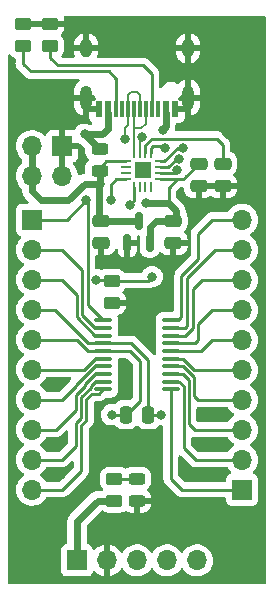
<source format=gbr>
%TF.GenerationSoftware,KiCad,Pcbnew,(6.0.4)*%
%TF.CreationDate,2022-06-12T07:49:13+08:00*%
%TF.ProjectId,G030F6P6_test,47303330-4636-4503-965f-746573742e6b,rev?*%
%TF.SameCoordinates,Original*%
%TF.FileFunction,Copper,L1,Top*%
%TF.FilePolarity,Positive*%
%FSLAX46Y46*%
G04 Gerber Fmt 4.6, Leading zero omitted, Abs format (unit mm)*
G04 Created by KiCad (PCBNEW (6.0.4)) date 2022-06-12 07:49:13*
%MOMM*%
%LPD*%
G01*
G04 APERTURE LIST*
G04 Aperture macros list*
%AMRoundRect*
0 Rectangle with rounded corners*
0 $1 Rounding radius*
0 $2 $3 $4 $5 $6 $7 $8 $9 X,Y pos of 4 corners*
0 Add a 4 corners polygon primitive as box body*
4,1,4,$2,$3,$4,$5,$6,$7,$8,$9,$2,$3,0*
0 Add four circle primitives for the rounded corners*
1,1,$1+$1,$2,$3*
1,1,$1+$1,$4,$5*
1,1,$1+$1,$6,$7*
1,1,$1+$1,$8,$9*
0 Add four rect primitives between the rounded corners*
20,1,$1+$1,$2,$3,$4,$5,0*
20,1,$1+$1,$4,$5,$6,$7,0*
20,1,$1+$1,$6,$7,$8,$9,0*
20,1,$1+$1,$8,$9,$2,$3,0*%
G04 Aperture macros list end*
%TA.AperFunction,SMDPad,CuDef*%
%ADD10RoundRect,0.243750X0.456250X-0.243750X0.456250X0.243750X-0.456250X0.243750X-0.456250X-0.243750X0*%
%TD*%
%TA.AperFunction,SMDPad,CuDef*%
%ADD11RoundRect,0.243750X-0.456250X0.243750X-0.456250X-0.243750X0.456250X-0.243750X0.456250X0.243750X0*%
%TD*%
%TA.AperFunction,SMDPad,CuDef*%
%ADD12RoundRect,0.250000X0.450000X-0.262500X0.450000X0.262500X-0.450000X0.262500X-0.450000X-0.262500X0*%
%TD*%
%TA.AperFunction,SMDPad,CuDef*%
%ADD13RoundRect,0.250000X-0.450000X0.262500X-0.450000X-0.262500X0.450000X-0.262500X0.450000X0.262500X0*%
%TD*%
%TA.AperFunction,ComponentPad*%
%ADD14R,1.700000X1.700000*%
%TD*%
%TA.AperFunction,ComponentPad*%
%ADD15O,1.700000X1.700000*%
%TD*%
%TA.AperFunction,SMDPad,CuDef*%
%ADD16RoundRect,0.150000X0.150000X-0.587500X0.150000X0.587500X-0.150000X0.587500X-0.150000X-0.587500X0*%
%TD*%
%TA.AperFunction,SMDPad,CuDef*%
%ADD17RoundRect,0.250000X-0.475000X0.250000X-0.475000X-0.250000X0.475000X-0.250000X0.475000X0.250000X0*%
%TD*%
%TA.AperFunction,SMDPad,CuDef*%
%ADD18RoundRect,0.062500X0.375000X0.062500X-0.375000X0.062500X-0.375000X-0.062500X0.375000X-0.062500X0*%
%TD*%
%TA.AperFunction,SMDPad,CuDef*%
%ADD19RoundRect,0.062500X0.062500X0.375000X-0.062500X0.375000X-0.062500X-0.375000X0.062500X-0.375000X0*%
%TD*%
%TA.AperFunction,SMDPad,CuDef*%
%ADD20R,1.450000X1.450000*%
%TD*%
%TA.AperFunction,ComponentPad*%
%ADD21C,0.600000*%
%TD*%
%TA.AperFunction,SMDPad,CuDef*%
%ADD22R,0.600000X1.450000*%
%TD*%
%TA.AperFunction,SMDPad,CuDef*%
%ADD23R,0.300000X1.450000*%
%TD*%
%TA.AperFunction,ComponentPad*%
%ADD24O,1.000000X1.600000*%
%TD*%
%TA.AperFunction,ComponentPad*%
%ADD25O,1.000000X2.100000*%
%TD*%
%TA.AperFunction,SMDPad,CuDef*%
%ADD26RoundRect,0.100000X-0.637500X-0.100000X0.637500X-0.100000X0.637500X0.100000X-0.637500X0.100000X0*%
%TD*%
%TA.AperFunction,SMDPad,CuDef*%
%ADD27RoundRect,0.250000X0.250000X0.475000X-0.250000X0.475000X-0.250000X-0.475000X0.250000X-0.475000X0*%
%TD*%
%TA.AperFunction,ViaPad*%
%ADD28C,0.800000*%
%TD*%
%TA.AperFunction,Conductor*%
%ADD29C,0.250000*%
%TD*%
%TA.AperFunction,Conductor*%
%ADD30C,0.600000*%
%TD*%
%TA.AperFunction,Conductor*%
%ADD31C,0.200000*%
%TD*%
G04 APERTURE END LIST*
D10*
%TO.P,D1,1,K*%
%TO.N,GND*%
X130805000Y-97457500D03*
%TO.P,D1,2,A*%
%TO.N,Net-(D1-Pad2)*%
X130805000Y-95582500D03*
%TD*%
D11*
%TO.P,F1,1*%
%TO.N,Net-(F1-Pad1)*%
X127635000Y-67642500D03*
%TO.P,F1,2*%
%TO.N,VBUS*%
X127635000Y-69517500D03*
%TD*%
D12*
%TO.P,R1,1*%
%TO.N,GND*%
X128651000Y-80668500D03*
%TO.P,R1,2*%
%TO.N,/BOOT0*%
X128651000Y-78843500D03*
%TD*%
D13*
%TO.P,R3,1*%
%TO.N,GND*%
X123444000Y-57126500D03*
%TO.P,R3,2*%
%TO.N,/CC1*%
X123444000Y-58951500D03*
%TD*%
D14*
%TO.P,J2,1,Pin_1*%
%TO.N,/PIN11*%
X139700000Y-96520000D03*
D15*
%TO.P,J2,2,Pin_2*%
%TO.N,/PIN12*%
X139700000Y-93980000D03*
%TO.P,J2,3,Pin_3*%
%TO.N,/PIN13*%
X139700000Y-91440000D03*
%TO.P,J2,4,Pin_4*%
%TO.N,/PIN14*%
X139700000Y-88900000D03*
%TO.P,J2,5,Pin_5*%
%TO.N,/PIN15*%
X139700000Y-86360000D03*
%TO.P,J2,6,Pin_6*%
%TO.N,/PIN16*%
X139700000Y-83820000D03*
%TO.P,J2,7,Pin_7*%
%TO.N,/PIN17*%
X139700000Y-81280000D03*
%TO.P,J2,8,Pin_8*%
%TO.N,/PIN18*%
X139700000Y-78740000D03*
%TO.P,J2,9,Pin_9*%
%TO.N,/PIN19*%
X139700000Y-76200000D03*
%TO.P,J2,10,Pin_10*%
%TO.N,/PIN20*%
X139700000Y-73660000D03*
%TD*%
D13*
%TO.P,R4,1*%
%TO.N,Net-(D1-Pad2)*%
X128900000Y-95607500D03*
%TO.P,R4,2*%
%TO.N,+3V3*%
X128900000Y-97432500D03*
%TD*%
D16*
%TO.P,U3,1,GND*%
%TO.N,GND*%
X129987000Y-75613500D03*
%TO.P,U3,2,VO*%
%TO.N,+3V3*%
X131887000Y-75613500D03*
%TO.P,U3,3,VI*%
%TO.N,VBUS*%
X130937000Y-73738500D03*
%TD*%
D17*
%TO.P,C1,1*%
%TO.N,+3V3*%
X136017000Y-68900000D03*
%TO.P,C1,2*%
%TO.N,GND*%
X136017000Y-70800000D03*
%TD*%
D18*
%TO.P,U1,1,VIO*%
%TO.N,+3V3*%
X132715000Y-70215000D03*
%TO.P,U1,2,GND*%
%TO.N,GND*%
X132715000Y-69715000D03*
%TO.P,U1,3,VDD5*%
%TO.N,VBUS*%
X132715000Y-69215000D03*
%TO.P,U1,4,TXD*%
%TO.N,/TXD*%
X132715000Y-68715000D03*
D19*
%TO.P,U1,5,RXD*%
%TO.N,/RXD*%
X132027500Y-68027500D03*
%TO.P,U1,6,V3*%
%TO.N,Net-(C2-Pad1)*%
X131527500Y-68027500D03*
%TO.P,U1,7,UD+*%
%TO.N,/USBD+*%
X131027500Y-68027500D03*
%TO.P,U1,8,UD-*%
%TO.N,/USBD-*%
X130527500Y-68027500D03*
D18*
%TO.P,U1,9,VBUS*%
%TO.N,VBUS*%
X129840000Y-68715000D03*
%TO.P,U1,10,ACT#*%
%TO.N,/ACT#*%
X129840000Y-69215000D03*
%TO.P,U1,11,DCD*%
%TO.N,unconnected-(U1-Pad11)*%
X129840000Y-69715000D03*
%TO.P,U1,12,DTR/TNOW*%
%TO.N,/BOOT0*%
X129840000Y-70215000D03*
D19*
%TO.P,U1,13,RTS*%
%TO.N,/~{RTS}*%
X130527500Y-70902500D03*
%TO.P,U1,14,DSR*%
%TO.N,unconnected-(U1-Pad14)*%
X131027500Y-70902500D03*
%TO.P,U1,15,CTS*%
%TO.N,unconnected-(U1-Pad15)*%
X131527500Y-70902500D03*
%TO.P,U1,16,RI*%
%TO.N,unconnected-(U1-Pad16)*%
X132027500Y-70902500D03*
D20*
%TO.P,U1,17,GND*%
%TO.N,GND*%
X131277500Y-69465000D03*
D21*
X130852500Y-69890000D03*
X131702500Y-69890000D03*
X131702500Y-69040000D03*
X130852500Y-69040000D03*
%TD*%
D22*
%TO.P,J3,A1,GND*%
%TO.N,GND*%
X134060000Y-64243000D03*
%TO.P,J3,A4,VBUS*%
%TO.N,Net-(F1-Pad1)*%
X133260000Y-64243000D03*
D23*
%TO.P,J3,A5,CC1*%
%TO.N,/CC1*%
X132060000Y-64243000D03*
%TO.P,J3,A6,D+*%
%TO.N,/USBD+*%
X131060000Y-64243000D03*
%TO.P,J3,A7,D-*%
%TO.N,/USBD-*%
X130560000Y-64243000D03*
%TO.P,J3,A8,SBU1*%
%TO.N,unconnected-(J3-PadA8)*%
X129560000Y-64243000D03*
D22*
%TO.P,J3,A9,VBUS*%
%TO.N,Net-(F1-Pad1)*%
X128360000Y-64243000D03*
%TO.P,J3,A12,GND*%
%TO.N,GND*%
X127560000Y-64243000D03*
%TO.P,J3,B1,GND*%
X127560000Y-64243000D03*
%TO.P,J3,B4,VBUS*%
%TO.N,Net-(F1-Pad1)*%
X128360000Y-64243000D03*
D23*
%TO.P,J3,B5,CC2*%
%TO.N,/CC2*%
X129060000Y-64243000D03*
%TO.P,J3,B6,D+*%
%TO.N,/USBD+*%
X130060000Y-64243000D03*
%TO.P,J3,B7,D-*%
%TO.N,/USBD-*%
X131560000Y-64243000D03*
%TO.P,J3,B8,SBU2*%
%TO.N,unconnected-(J3-PadB8)*%
X132560000Y-64243000D03*
D22*
%TO.P,J3,B9,VBUS*%
%TO.N,Net-(F1-Pad1)*%
X133260000Y-64243000D03*
%TO.P,J3,B12,GND*%
%TO.N,GND*%
X134060000Y-64243000D03*
D24*
%TO.P,J3,S1,SHIELD*%
X135130000Y-59148000D03*
X126490000Y-59148000D03*
D25*
X135130000Y-63328000D03*
X126490000Y-63328000D03*
%TD*%
D17*
%TO.P,C2,1*%
%TO.N,Net-(C2-Pad1)*%
X138049000Y-68900000D03*
%TO.P,C2,2*%
%TO.N,GND*%
X138049000Y-70800000D03*
%TD*%
%TO.P,C5,1*%
%TO.N,+3V3*%
X133858000Y-73726000D03*
%TO.P,C5,2*%
%TO.N,GND*%
X133858000Y-75626000D03*
%TD*%
D14*
%TO.P,J4,1,Pin_1*%
%TO.N,GND*%
X124460000Y-67437000D03*
D15*
%TO.P,J4,2,Pin_2*%
%TO.N,VBUS*%
X121920000Y-67437000D03*
%TO.P,J4,3,Pin_3*%
%TO.N,GND*%
X124460000Y-69977000D03*
%TO.P,J4,4,Pin_4*%
%TO.N,VBUS*%
X121920000Y-69977000D03*
%TD*%
D14*
%TO.P,J1,1,Pin_1*%
%TO.N,/PIN1*%
X121920000Y-73660000D03*
D15*
%TO.P,J1,2,Pin_2*%
%TO.N,/PIN2*%
X121920000Y-76200000D03*
%TO.P,J1,3,Pin_3*%
%TO.N,/PIN3*%
X121920000Y-78740000D03*
%TO.P,J1,4,Pin_4*%
%TO.N,/PIN4*%
X121920000Y-81280000D03*
%TO.P,J1,5,Pin_5*%
%TO.N,/PIN5*%
X121920000Y-83820000D03*
%TO.P,J1,6,Pin_6*%
%TO.N,/PIN6*%
X121920000Y-86360000D03*
%TO.P,J1,7,Pin_7*%
%TO.N,/PIN7*%
X121920000Y-88900000D03*
%TO.P,J1,8,Pin_8*%
%TO.N,/PIN8*%
X121920000Y-91440000D03*
%TO.P,J1,9,Pin_9*%
%TO.N,/PIN9*%
X121920000Y-93980000D03*
%TO.P,J1,10,Pin_10*%
%TO.N,/PIN10*%
X121920000Y-96520000D03*
%TD*%
D26*
%TO.P,U2,1,PB7/PB8*%
%TO.N,/PIN1*%
X127947500Y-82165000D03*
%TO.P,U2,2,PB9/PC14-OSC32_IN*%
%TO.N,/PIN2*%
X127947500Y-82815000D03*
%TO.P,U2,3,PC15-OSC32_OUT*%
%TO.N,/PIN3*%
X127947500Y-83465000D03*
%TO.P,U2,4,VDD/VDDA*%
%TO.N,/PIN4*%
X127947500Y-84115000D03*
%TO.P,U2,5,VSS/VSSA*%
%TO.N,/PIN5*%
X127947500Y-84765000D03*
%TO.P,U2,6,NRST*%
%TO.N,/PIN6*%
X127947500Y-85415000D03*
%TO.P,U2,7,PA0*%
%TO.N,/PIN7*%
X127947500Y-86065000D03*
%TO.P,U2,8,PA1*%
%TO.N,/PIN8*%
X127947500Y-86715000D03*
%TO.P,U2,9,PA2*%
%TO.N,/PIN9*%
X127947500Y-87365000D03*
%TO.P,U2,10,PA3*%
%TO.N,/PIN10*%
X127947500Y-88015000D03*
%TO.P,U2,11,PA4*%
%TO.N,/PIN11*%
X133672500Y-88015000D03*
%TO.P,U2,12,PA5*%
%TO.N,/PIN12*%
X133672500Y-87365000D03*
%TO.P,U2,13,PA6*%
%TO.N,/PIN13*%
X133672500Y-86715000D03*
%TO.P,U2,14,PA7*%
%TO.N,/PIN14*%
X133672500Y-86065000D03*
%TO.P,U2,15,PB0/PB1/PB2/PA8*%
%TO.N,/PIN15*%
X133672500Y-85415000D03*
%TO.P,U2,16,PA11[PA9]*%
%TO.N,/PIN16*%
X133672500Y-84765000D03*
%TO.P,U2,17,PA12[PA10]*%
%TO.N,/PIN17*%
X133672500Y-84115000D03*
%TO.P,U2,18,PA13*%
%TO.N,/PIN18*%
X133672500Y-83465000D03*
%TO.P,U2,19,PA15/PA14-BOOT0*%
%TO.N,/PIN19*%
X133672500Y-82815000D03*
%TO.P,U2,20,PB3/PB4/PB5/PB6*%
%TO.N,/PIN20*%
X133672500Y-82165000D03*
%TD*%
D17*
%TO.P,C4,1*%
%TO.N,VBUS*%
X127762000Y-73726000D03*
%TO.P,C4,2*%
%TO.N,GND*%
X127762000Y-75626000D03*
%TD*%
D27*
%TO.P,C3,1*%
%TO.N,/PIN4*%
X131760000Y-90170000D03*
%TO.P,C3,2*%
%TO.N,/PIN5*%
X129860000Y-90170000D03*
%TD*%
D14*
%TO.P,J5,1,Pin_1*%
%TO.N,+3V3*%
X125730000Y-102500000D03*
D15*
%TO.P,J5,2,Pin_2*%
%TO.N,GND*%
X128270000Y-102500000D03*
%TO.P,J5,3,Pin_3*%
%TO.N,/SWCLK*%
X130810000Y-102500000D03*
%TO.P,J5,4,Pin_4*%
%TO.N,/SWDIO*%
X133350000Y-102500000D03*
%TO.P,J5,5,Pin_5*%
%TO.N,/NRST*%
X135890000Y-102500000D03*
%TD*%
D13*
%TO.P,R2,1*%
%TO.N,GND*%
X121158000Y-57126500D03*
%TO.P,R2,2*%
%TO.N,/CC2*%
X121158000Y-58951500D03*
%TD*%
D28*
%TO.N,GND*%
X136042400Y-61163200D03*
X140335000Y-70866000D03*
X139700000Y-99060000D03*
X136398000Y-97790000D03*
X129540000Y-99441000D03*
X132207000Y-99060000D03*
X133477000Y-59182000D03*
X128524000Y-59182000D03*
X124333000Y-87503000D03*
X124333000Y-95250000D03*
X124460000Y-92583000D03*
X136779000Y-90043000D03*
X136779000Y-92583000D03*
X136779000Y-95123000D03*
%TO.N,/PIN1*%
X126492000Y-72009000D03*
%TO.N,/PIN4*%
X132842000Y-90170000D03*
%TO.N,/PIN5*%
X128651000Y-90170000D03*
%TO.N,+3V3*%
X131572000Y-72263000D03*
%TO.N,GND*%
X127635000Y-89408000D03*
X134238433Y-69474012D03*
X133604000Y-78232000D03*
%TO.N,/RXD*%
X133157432Y-67621486D03*
%TO.N,/TXD*%
X134731104Y-67556702D03*
%TO.N,Net-(F1-Pad1)*%
X132969000Y-66040000D03*
X126365000Y-66421000D03*
%TO.N,VBUS*%
X134350202Y-68480779D03*
X127635000Y-70612000D03*
%TO.N,/USBD+*%
X131259500Y-66616461D03*
X129794000Y-66802000D03*
%TO.N,/~{RTS}*%
X130175000Y-72390000D03*
%TO.N,/BOOT0*%
X128579400Y-72009000D03*
X127353540Y-78740000D03*
X132080000Y-78486000D03*
%TD*%
D29*
%TO.N,/CC2*%
X121158000Y-60452000D02*
X121158000Y-58951500D01*
X121793000Y-61087000D02*
X121158000Y-60452000D01*
X128397000Y-61087000D02*
X121793000Y-61087000D01*
X129060000Y-61750000D02*
X128397000Y-61087000D01*
X129060000Y-64243000D02*
X129060000Y-61750000D01*
%TO.N,/CC1*%
X123444000Y-59944000D02*
X123444000Y-58951500D01*
X131318000Y-60579000D02*
X124079000Y-60579000D01*
X132060000Y-61321000D02*
X131318000Y-60579000D01*
X124079000Y-60579000D02*
X123444000Y-59944000D01*
X132060000Y-64243000D02*
X132060000Y-61321000D01*
%TO.N,+3V3*%
X134771600Y-70215000D02*
X134903700Y-70082900D01*
X132715000Y-70215000D02*
X134771600Y-70215000D01*
X134903700Y-70082900D02*
X134751300Y-70235300D01*
X136017000Y-68969600D02*
X134903700Y-70082900D01*
%TO.N,/RXD*%
X132181600Y-67411600D02*
X132947546Y-67411600D01*
X132029200Y-68025800D02*
X132029200Y-67564000D01*
X132029200Y-67564000D02*
X132181600Y-67411600D01*
X132947546Y-67411600D02*
X133157432Y-67621486D01*
X132027500Y-68027500D02*
X132029200Y-68025800D01*
%TO.N,+3V3*%
X134751300Y-70235300D02*
X134234700Y-70235300D01*
X134234700Y-70235300D02*
X133477000Y-70993000D01*
X133477000Y-70993000D02*
X133477000Y-72263000D01*
X132715000Y-70215000D02*
X132735300Y-70235300D01*
X132735300Y-70235300D02*
X134751300Y-70235300D01*
%TO.N,GND*%
X133997445Y-69715000D02*
X134238433Y-69474012D01*
X132715000Y-69715000D02*
X133997445Y-69715000D01*
%TO.N,VBUS*%
X134202619Y-68480779D02*
X134350202Y-68480779D01*
X133468398Y-69215000D02*
X134202619Y-68480779D01*
X132715000Y-69215000D02*
X133468398Y-69215000D01*
%TO.N,/TXD*%
X134248846Y-67556702D02*
X134731104Y-67556702D01*
X133090548Y-68715000D02*
X134248846Y-67556702D01*
X132715000Y-68715000D02*
X133090548Y-68715000D01*
%TO.N,+3V3*%
X136017000Y-68900000D02*
X136017000Y-68969600D01*
%TO.N,/PIN1*%
X124841000Y-73660000D02*
X126492000Y-72009000D01*
X121920000Y-73660000D02*
X124841000Y-73660000D01*
X127947500Y-82165000D02*
X126629040Y-80846540D01*
X126629040Y-80846540D02*
X126629040Y-72146040D01*
X126629040Y-72146040D02*
X126492000Y-72009000D01*
%TO.N,/PIN2*%
X126179520Y-81734881D02*
X126179520Y-77919520D01*
X127947500Y-82815000D02*
X127259639Y-82815000D01*
X126179520Y-77919520D02*
X124460000Y-76200000D01*
X127259639Y-82815000D02*
X126179520Y-81734881D01*
X124460000Y-76200000D02*
X121920000Y-76200000D01*
%TO.N,/PIN3*%
X127259639Y-83465000D02*
X125730000Y-81935361D01*
X125730000Y-80010000D02*
X124460000Y-78740000D01*
X124460000Y-78740000D02*
X121920000Y-78740000D01*
X125730000Y-81935361D02*
X125730000Y-80010000D01*
X127947500Y-83465000D02*
X127259639Y-83465000D01*
%TO.N,/PIN4*%
X132842000Y-90170000D02*
X131760000Y-90170000D01*
X123825718Y-81280000D02*
X121920000Y-81280000D01*
X130343000Y-84115000D02*
X131760000Y-85532000D01*
X127947500Y-84115000D02*
X130343000Y-84115000D01*
X126660718Y-84115000D02*
X123825718Y-81280000D01*
X127947500Y-84115000D02*
X126660718Y-84115000D01*
X131760000Y-85532000D02*
X131760000Y-90170000D01*
%TO.N,/PIN5*%
X128651000Y-90170000D02*
X129860000Y-90170000D01*
X125730000Y-83820000D02*
X121920000Y-83820000D01*
X130231000Y-84765000D02*
X131064000Y-85598000D01*
X127947500Y-84765000D02*
X130231000Y-84765000D01*
X127947500Y-84765000D02*
X126675000Y-84765000D01*
X131064000Y-88966000D02*
X129860000Y-90170000D01*
X131064000Y-85598000D02*
X131064000Y-88966000D01*
X126675000Y-84765000D02*
X125730000Y-83820000D01*
%TO.N,/PIN6*%
X126410460Y-86264179D02*
X126410461Y-86278461D01*
X126410461Y-86278461D02*
X126328922Y-86360000D01*
X127947500Y-85415000D02*
X127259639Y-85415000D01*
X126328922Y-86360000D02*
X121920000Y-86360000D01*
X127259639Y-85415000D02*
X126410460Y-86264179D01*
%TO.N,/PIN7*%
X125651468Y-87673171D02*
X125651468Y-87708532D01*
X127259639Y-86065000D02*
X125651468Y-87673171D01*
X127947500Y-86065000D02*
X127259639Y-86065000D01*
X124460000Y-88900000D02*
X121920000Y-88900000D01*
X125651468Y-87708532D02*
X124460000Y-88900000D01*
%TO.N,/PIN8*%
X125634511Y-89756081D02*
X123950592Y-91440000D01*
X127947500Y-86715000D02*
X127259639Y-86715000D01*
X125634512Y-88486080D02*
X125634511Y-89756081D01*
X127259639Y-86715000D02*
X126365000Y-87609639D01*
X126365000Y-87609639D02*
X126365000Y-87755592D01*
X123950592Y-91440000D02*
X121920000Y-91440000D01*
X126365000Y-87755592D02*
X125634512Y-88486080D01*
%TO.N,/PIN9*%
X126084022Y-90450274D02*
X125634511Y-90899785D01*
X124460000Y-93980000D02*
X121920000Y-93980000D01*
X127947500Y-87365000D02*
X127259639Y-87365000D01*
X127259639Y-87365000D02*
X126885480Y-87739159D01*
X125634511Y-92805489D02*
X124460000Y-93980000D01*
X126885480Y-87870816D02*
X126084022Y-88672274D01*
X125634511Y-90899785D02*
X125634511Y-92805489D01*
X126084022Y-88672274D02*
X126084022Y-90450274D01*
X126885480Y-87739159D02*
X126885480Y-87870816D01*
%TO.N,/PIN10*%
X126533533Y-90636467D02*
X126533533Y-88858467D01*
X124460000Y-96520000D02*
X126084022Y-94895978D01*
X127000000Y-88392000D02*
X127570500Y-88392000D01*
X127570500Y-88392000D02*
X127947500Y-88015000D01*
X126084022Y-94895978D02*
X126084022Y-91085978D01*
X126084022Y-91085978D02*
X126533533Y-90636467D01*
X126533533Y-88858467D02*
X127000000Y-88392000D01*
X124460000Y-96520000D02*
X121920000Y-96520000D01*
%TO.N,/PIN11*%
X133672500Y-95572500D02*
X134620000Y-96520000D01*
X133672500Y-88015000D02*
X133672500Y-95572500D01*
X134620000Y-96520000D02*
X139700000Y-96520000D01*
%TO.N,/PIN12*%
X134747000Y-87751639D02*
X134747000Y-92964000D01*
X135763000Y-93980000D02*
X139700000Y-93980000D01*
X134360361Y-87365000D02*
X134747000Y-87751639D01*
X133672500Y-87365000D02*
X134360361Y-87365000D01*
X134747000Y-92964000D02*
X135763000Y-93980000D01*
%TO.N,/PIN13*%
X133672500Y-86715000D02*
X134721000Y-86715000D01*
X134721000Y-86715000D02*
X135196520Y-87190520D01*
X135196520Y-90932000D02*
X135704520Y-91440000D01*
X135196520Y-87190520D02*
X135196520Y-90932000D01*
X135704520Y-91440000D02*
X139700000Y-91440000D01*
%TO.N,/PIN14*%
X134706718Y-86065000D02*
X135646040Y-87004322D01*
X135646040Y-87004322D02*
X135646040Y-88588121D01*
X133672500Y-86065000D02*
X134706718Y-86065000D01*
X135957919Y-88900000D02*
X139700000Y-88900000D01*
X135646040Y-88588121D02*
X135957919Y-88900000D01*
%TO.N,/PIN15*%
X133672500Y-85415000D02*
X134692436Y-85415000D01*
X134692436Y-85415000D02*
X135637436Y-86360000D01*
X135637436Y-86360000D02*
X139700000Y-86360000D01*
%TO.N,/PIN16*%
X136215000Y-84765000D02*
X137160000Y-83820000D01*
X133672500Y-84765000D02*
X136215000Y-84765000D01*
X137160000Y-83820000D02*
X139700000Y-83820000D01*
%TO.N,/PIN17*%
X137160000Y-81280000D02*
X139700000Y-81280000D01*
X135985489Y-82454511D02*
X137160000Y-81280000D01*
X135722000Y-84115000D02*
X135985489Y-83851511D01*
X135985489Y-83851511D02*
X135985489Y-82454511D01*
X133672500Y-84115000D02*
X135722000Y-84115000D01*
%TO.N,/PIN18*%
X134848717Y-83465000D02*
X135509000Y-82804717D01*
X133672500Y-83465000D02*
X134848717Y-83465000D01*
X135509000Y-79502000D02*
X136271000Y-78740000D01*
X135509000Y-82804717D02*
X135509000Y-79502000D01*
X136271000Y-78740000D02*
X139700000Y-78740000D01*
%TO.N,/PIN19*%
X135001000Y-82677000D02*
X135001000Y-78613000D01*
X133672500Y-82815000D02*
X134863000Y-82815000D01*
X135001000Y-78613000D02*
X137414000Y-76200000D01*
X137414000Y-76200000D02*
X139700000Y-76200000D01*
X134863000Y-82815000D02*
X135001000Y-82677000D01*
%TO.N,/PIN20*%
X134243000Y-82165000D02*
X134551480Y-81856520D01*
X134551480Y-78426802D02*
X135985489Y-76992793D01*
X135985489Y-74834511D02*
X137160000Y-73660000D01*
X134551480Y-81856520D02*
X134551480Y-78426802D01*
X137160000Y-73660000D02*
X139700000Y-73660000D01*
X133672500Y-82165000D02*
X134243000Y-82165000D01*
X135985489Y-76992793D02*
X135985489Y-74834511D01*
D30*
%TO.N,+3V3*%
X133477000Y-72263000D02*
X134112000Y-72898000D01*
X131887000Y-75613500D02*
X131887000Y-74234000D01*
X132395000Y-73726000D02*
X134112000Y-73726000D01*
X134112000Y-72898000D02*
X134112000Y-73726000D01*
X125730000Y-99187000D02*
X127484500Y-97432500D01*
X131572000Y-72263000D02*
X133477000Y-72263000D01*
X127484500Y-97432500D02*
X128900000Y-97432500D01*
X125730000Y-102500000D02*
X125730000Y-99187000D01*
X131887000Y-74234000D02*
X132395000Y-73726000D01*
D29*
%TO.N,Net-(C2-Pad1)*%
X131527500Y-67373075D02*
X131527500Y-68027500D01*
X138049000Y-68900000D02*
X138049000Y-67310000D01*
X138049000Y-67310000D02*
X137541000Y-66802000D01*
X132098575Y-66802000D02*
X131527500Y-67373075D01*
X137541000Y-66802000D02*
X132098575Y-66802000D01*
%TO.N,Net-(D1-Pad2)*%
X128900000Y-95607500D02*
X130780000Y-95607500D01*
X130780000Y-95607500D02*
X130805000Y-95582500D01*
D30*
%TO.N,Net-(F1-Pad1)*%
X133260000Y-64624000D02*
X133260000Y-65749000D01*
X127888000Y-66421000D02*
X126365000Y-66421000D01*
X127586500Y-67642500D02*
X126365000Y-66421000D01*
X133260000Y-65749000D02*
X132969000Y-66040000D01*
X128360000Y-65949000D02*
X127888000Y-66421000D01*
X127635000Y-67642500D02*
X127586500Y-67642500D01*
X128360000Y-64624000D02*
X128360000Y-65949000D01*
%TO.N,VBUS*%
X127635000Y-69263500D02*
X127635000Y-70612000D01*
X121920000Y-67437000D02*
X121920000Y-69977000D01*
X130937000Y-73738500D02*
X127774500Y-73738500D01*
X127624499Y-73588499D02*
X127762000Y-73726000D01*
D29*
X129840000Y-68715000D02*
X128183500Y-68715000D01*
D30*
X122682000Y-72009000D02*
X121920000Y-71247000D01*
X121920000Y-71247000D02*
X121920000Y-69977000D01*
X124968000Y-72009000D02*
X122682000Y-72009000D01*
X126365000Y-70612000D02*
X124968000Y-72009000D01*
D29*
X128183500Y-68715000D02*
X127635000Y-69263500D01*
D30*
X127635000Y-70612000D02*
X126365000Y-70612000D01*
X127635000Y-70612000D02*
X127624499Y-70622501D01*
X127774500Y-73738500D02*
X127762000Y-73726000D01*
X127624499Y-70622501D02*
X127624499Y-73588499D01*
D31*
%TO.N,/USBD+*%
X130060000Y-65647000D02*
X130060000Y-64243000D01*
X129794000Y-65913000D02*
X130060000Y-65647000D01*
X129794000Y-66802000D02*
X129794000Y-65913000D01*
X130302000Y-62865000D02*
X130810000Y-62865000D01*
X130060000Y-63107000D02*
X130302000Y-62865000D01*
X130060000Y-64243000D02*
X130060000Y-63107000D01*
X131259500Y-66616461D02*
X131027500Y-66848461D01*
X131060000Y-63115000D02*
X131060000Y-64243000D01*
X131027500Y-66848461D02*
X131027500Y-68027500D01*
X130810000Y-62865000D02*
X131060000Y-63115000D01*
%TO.N,/USBD-*%
X131187000Y-65917000D02*
X130560000Y-65917000D01*
X130560000Y-65917000D02*
X130560000Y-64624000D01*
X131560000Y-65544000D02*
X131187000Y-65917000D01*
X130527500Y-68027500D02*
X130560000Y-67995000D01*
X130560000Y-67995000D02*
X130560000Y-65917000D01*
X131560000Y-64624000D02*
X131560000Y-65544000D01*
D29*
%TO.N,/~{RTS}*%
X130175000Y-72390000D02*
X130556000Y-72009000D01*
X130556000Y-72009000D02*
X130556000Y-70931000D01*
X130556000Y-70931000D02*
X130527500Y-70902500D01*
%TO.N,/BOOT0*%
X128547500Y-78740000D02*
X128651000Y-78843500D01*
X128651000Y-78843500D02*
X131722500Y-78843500D01*
X129840000Y-70215000D02*
X129048000Y-70215000D01*
X129048000Y-70215000D02*
X128579400Y-70683600D01*
X127353540Y-78740000D02*
X128547500Y-78740000D01*
X128579400Y-70683600D02*
X128579400Y-72009000D01*
X131722500Y-78843500D02*
X132080000Y-78486000D01*
%TD*%
%TA.AperFunction,Conductor*%
%TO.N,GND*%
G36*
X141673621Y-56408502D02*
G01*
X141720114Y-56462158D01*
X141731500Y-56514500D01*
X141731500Y-104394500D01*
X141711498Y-104462621D01*
X141657842Y-104509114D01*
X141605500Y-104520500D01*
X120014500Y-104520500D01*
X119946379Y-104500498D01*
X119899886Y-104446842D01*
X119888500Y-104394500D01*
X119888500Y-103398134D01*
X124371500Y-103398134D01*
X124378255Y-103460316D01*
X124429385Y-103596705D01*
X124516739Y-103713261D01*
X124633295Y-103800615D01*
X124769684Y-103851745D01*
X124831866Y-103858500D01*
X126628134Y-103858500D01*
X126690316Y-103851745D01*
X126826705Y-103800615D01*
X126943261Y-103713261D01*
X127030615Y-103596705D01*
X127074798Y-103478848D01*
X127117440Y-103422084D01*
X127184001Y-103397384D01*
X127253350Y-103412592D01*
X127288017Y-103440580D01*
X127313218Y-103469673D01*
X127320580Y-103476883D01*
X127484434Y-103612916D01*
X127492881Y-103618831D01*
X127676756Y-103726279D01*
X127686042Y-103730729D01*
X127885001Y-103806703D01*
X127894899Y-103809579D01*
X127998250Y-103830606D01*
X128012299Y-103829410D01*
X128016000Y-103819065D01*
X128016000Y-103818517D01*
X128524000Y-103818517D01*
X128528064Y-103832359D01*
X128541478Y-103834393D01*
X128548184Y-103833534D01*
X128558262Y-103831392D01*
X128762255Y-103770191D01*
X128771842Y-103766433D01*
X128963095Y-103672739D01*
X128971945Y-103667464D01*
X129145328Y-103543792D01*
X129153200Y-103537139D01*
X129304052Y-103386812D01*
X129310730Y-103378965D01*
X129438022Y-103201819D01*
X129439279Y-103202722D01*
X129486373Y-103159362D01*
X129556311Y-103147145D01*
X129621751Y-103174678D01*
X129649579Y-103206511D01*
X129709987Y-103305088D01*
X129856250Y-103473938D01*
X130028126Y-103616632D01*
X130221000Y-103729338D01*
X130429692Y-103809030D01*
X130434760Y-103810061D01*
X130434763Y-103810062D01*
X130529862Y-103829410D01*
X130648597Y-103853567D01*
X130653772Y-103853757D01*
X130653774Y-103853757D01*
X130866673Y-103861564D01*
X130866677Y-103861564D01*
X130871837Y-103861753D01*
X130876957Y-103861097D01*
X130876959Y-103861097D01*
X131088288Y-103834025D01*
X131088289Y-103834025D01*
X131093416Y-103833368D01*
X131098366Y-103831883D01*
X131302429Y-103770661D01*
X131302434Y-103770659D01*
X131307384Y-103769174D01*
X131507994Y-103670896D01*
X131689860Y-103541173D01*
X131848096Y-103383489D01*
X131978453Y-103202077D01*
X131979776Y-103203028D01*
X132026645Y-103159857D01*
X132096580Y-103147625D01*
X132162026Y-103175144D01*
X132189875Y-103206994D01*
X132249987Y-103305088D01*
X132396250Y-103473938D01*
X132568126Y-103616632D01*
X132761000Y-103729338D01*
X132969692Y-103809030D01*
X132974760Y-103810061D01*
X132974763Y-103810062D01*
X133069862Y-103829410D01*
X133188597Y-103853567D01*
X133193772Y-103853757D01*
X133193774Y-103853757D01*
X133406673Y-103861564D01*
X133406677Y-103861564D01*
X133411837Y-103861753D01*
X133416957Y-103861097D01*
X133416959Y-103861097D01*
X133628288Y-103834025D01*
X133628289Y-103834025D01*
X133633416Y-103833368D01*
X133638366Y-103831883D01*
X133842429Y-103770661D01*
X133842434Y-103770659D01*
X133847384Y-103769174D01*
X134047994Y-103670896D01*
X134229860Y-103541173D01*
X134388096Y-103383489D01*
X134518453Y-103202077D01*
X134519776Y-103203028D01*
X134566645Y-103159857D01*
X134636580Y-103147625D01*
X134702026Y-103175144D01*
X134729875Y-103206994D01*
X134789987Y-103305088D01*
X134936250Y-103473938D01*
X135108126Y-103616632D01*
X135301000Y-103729338D01*
X135509692Y-103809030D01*
X135514760Y-103810061D01*
X135514763Y-103810062D01*
X135609862Y-103829410D01*
X135728597Y-103853567D01*
X135733772Y-103853757D01*
X135733774Y-103853757D01*
X135946673Y-103861564D01*
X135946677Y-103861564D01*
X135951837Y-103861753D01*
X135956957Y-103861097D01*
X135956959Y-103861097D01*
X136168288Y-103834025D01*
X136168289Y-103834025D01*
X136173416Y-103833368D01*
X136178366Y-103831883D01*
X136382429Y-103770661D01*
X136382434Y-103770659D01*
X136387384Y-103769174D01*
X136587994Y-103670896D01*
X136769860Y-103541173D01*
X136928096Y-103383489D01*
X137058453Y-103202077D01*
X137071995Y-103174678D01*
X137155136Y-103006453D01*
X137155137Y-103006451D01*
X137157430Y-103001811D01*
X137222370Y-102788069D01*
X137251529Y-102566590D01*
X137253156Y-102500000D01*
X137234852Y-102277361D01*
X137180431Y-102060702D01*
X137091354Y-101855840D01*
X136970014Y-101668277D01*
X136819670Y-101503051D01*
X136815619Y-101499852D01*
X136815615Y-101499848D01*
X136648414Y-101367800D01*
X136648410Y-101367798D01*
X136644359Y-101364598D01*
X136608028Y-101344542D01*
X136592136Y-101335769D01*
X136448789Y-101256638D01*
X136443920Y-101254914D01*
X136443916Y-101254912D01*
X136243087Y-101183795D01*
X136243083Y-101183794D01*
X136238212Y-101182069D01*
X136233119Y-101181162D01*
X136233116Y-101181161D01*
X136023373Y-101143800D01*
X136023367Y-101143799D01*
X136018284Y-101142894D01*
X135944452Y-101141992D01*
X135800081Y-101140228D01*
X135800079Y-101140228D01*
X135794911Y-101140165D01*
X135574091Y-101173955D01*
X135361756Y-101243357D01*
X135163607Y-101346507D01*
X135159474Y-101349610D01*
X135159471Y-101349612D01*
X134989100Y-101477530D01*
X134984965Y-101480635D01*
X134830629Y-101642138D01*
X134723201Y-101799621D01*
X134668293Y-101844621D01*
X134597768Y-101852792D01*
X134534021Y-101821538D01*
X134513324Y-101797054D01*
X134432822Y-101672617D01*
X134432820Y-101672614D01*
X134430014Y-101668277D01*
X134279670Y-101503051D01*
X134275619Y-101499852D01*
X134275615Y-101499848D01*
X134108414Y-101367800D01*
X134108410Y-101367798D01*
X134104359Y-101364598D01*
X134068028Y-101344542D01*
X134052136Y-101335769D01*
X133908789Y-101256638D01*
X133903920Y-101254914D01*
X133903916Y-101254912D01*
X133703087Y-101183795D01*
X133703083Y-101183794D01*
X133698212Y-101182069D01*
X133693119Y-101181162D01*
X133693116Y-101181161D01*
X133483373Y-101143800D01*
X133483367Y-101143799D01*
X133478284Y-101142894D01*
X133404452Y-101141992D01*
X133260081Y-101140228D01*
X133260079Y-101140228D01*
X133254911Y-101140165D01*
X133034091Y-101173955D01*
X132821756Y-101243357D01*
X132623607Y-101346507D01*
X132619474Y-101349610D01*
X132619471Y-101349612D01*
X132449100Y-101477530D01*
X132444965Y-101480635D01*
X132290629Y-101642138D01*
X132183201Y-101799621D01*
X132128293Y-101844621D01*
X132057768Y-101852792D01*
X131994021Y-101821538D01*
X131973324Y-101797054D01*
X131892822Y-101672617D01*
X131892820Y-101672614D01*
X131890014Y-101668277D01*
X131739670Y-101503051D01*
X131735619Y-101499852D01*
X131735615Y-101499848D01*
X131568414Y-101367800D01*
X131568410Y-101367798D01*
X131564359Y-101364598D01*
X131528028Y-101344542D01*
X131512136Y-101335769D01*
X131368789Y-101256638D01*
X131363920Y-101254914D01*
X131363916Y-101254912D01*
X131163087Y-101183795D01*
X131163083Y-101183794D01*
X131158212Y-101182069D01*
X131153119Y-101181162D01*
X131153116Y-101181161D01*
X130943373Y-101143800D01*
X130943367Y-101143799D01*
X130938284Y-101142894D01*
X130864452Y-101141992D01*
X130720081Y-101140228D01*
X130720079Y-101140228D01*
X130714911Y-101140165D01*
X130494091Y-101173955D01*
X130281756Y-101243357D01*
X130083607Y-101346507D01*
X130079474Y-101349610D01*
X130079471Y-101349612D01*
X129909100Y-101477530D01*
X129904965Y-101480635D01*
X129750629Y-101642138D01*
X129643204Y-101799618D01*
X129642898Y-101800066D01*
X129587987Y-101845069D01*
X129517462Y-101853240D01*
X129453715Y-101821986D01*
X129433018Y-101797502D01*
X129352426Y-101672926D01*
X129346136Y-101664757D01*
X129202806Y-101507240D01*
X129195273Y-101500215D01*
X129028139Y-101368222D01*
X129019552Y-101362517D01*
X128833117Y-101259599D01*
X128823705Y-101255369D01*
X128622959Y-101184280D01*
X128612988Y-101181646D01*
X128541837Y-101168972D01*
X128528540Y-101170432D01*
X128524000Y-101184989D01*
X128524000Y-103818517D01*
X128016000Y-103818517D01*
X128016000Y-101183102D01*
X128012082Y-101169758D01*
X127997806Y-101167771D01*
X127959324Y-101173660D01*
X127949288Y-101176051D01*
X127746868Y-101242212D01*
X127737359Y-101246209D01*
X127548463Y-101344542D01*
X127539738Y-101350036D01*
X127369433Y-101477905D01*
X127361726Y-101484748D01*
X127284478Y-101565584D01*
X127222954Y-101601014D01*
X127152042Y-101597557D01*
X127094255Y-101556311D01*
X127075402Y-101522763D01*
X127033767Y-101411703D01*
X127030615Y-101403295D01*
X126943261Y-101286739D01*
X126826705Y-101199385D01*
X126690316Y-101148255D01*
X126663086Y-101145297D01*
X126650892Y-101143972D01*
X126585330Y-101116730D01*
X126544904Y-101058366D01*
X126538500Y-101018709D01*
X126538500Y-99574082D01*
X126558502Y-99505961D01*
X126575405Y-99484987D01*
X127782282Y-98278109D01*
X127844594Y-98244084D01*
X127915409Y-98249148D01*
X127960395Y-98278031D01*
X127976697Y-98294305D01*
X127982927Y-98298145D01*
X127982928Y-98298146D01*
X128120246Y-98382790D01*
X128127262Y-98387115D01*
X128134480Y-98389509D01*
X128288611Y-98440632D01*
X128288613Y-98440632D01*
X128295139Y-98442797D01*
X128301975Y-98443497D01*
X128301978Y-98443498D01*
X128345031Y-98447909D01*
X128399600Y-98453500D01*
X129400400Y-98453500D01*
X129403646Y-98453163D01*
X129403650Y-98453163D01*
X129499308Y-98443238D01*
X129499312Y-98443237D01*
X129506166Y-98442526D01*
X129512702Y-98440345D01*
X129512704Y-98440345D01*
X129665077Y-98389509D01*
X129673946Y-98386550D01*
X129784364Y-98318221D01*
X129852816Y-98299383D01*
X129916783Y-98318105D01*
X130022654Y-98383365D01*
X130035832Y-98389509D01*
X130188740Y-98440227D01*
X130202106Y-98443093D01*
X130295601Y-98452672D01*
X130302016Y-98453000D01*
X130532885Y-98453000D01*
X130548124Y-98448525D01*
X130549329Y-98447135D01*
X130551000Y-98439452D01*
X130551000Y-98434884D01*
X131059000Y-98434884D01*
X131063475Y-98450123D01*
X131064865Y-98451328D01*
X131072548Y-98452999D01*
X131307933Y-98452999D01*
X131314452Y-98452662D01*
X131409170Y-98442834D01*
X131422564Y-98439942D01*
X131575365Y-98388964D01*
X131588543Y-98382790D01*
X131725149Y-98298256D01*
X131736550Y-98289220D01*
X131850051Y-98175521D01*
X131859063Y-98164110D01*
X131943365Y-98027346D01*
X131949509Y-98014168D01*
X132000227Y-97861260D01*
X132003093Y-97847894D01*
X132012672Y-97754399D01*
X132013000Y-97747984D01*
X132013000Y-97729615D01*
X132008525Y-97714376D01*
X132007135Y-97713171D01*
X131999452Y-97711500D01*
X131077115Y-97711500D01*
X131061876Y-97715975D01*
X131060671Y-97717365D01*
X131059000Y-97725048D01*
X131059000Y-98434884D01*
X130551000Y-98434884D01*
X130551000Y-97329500D01*
X130571002Y-97261379D01*
X130624658Y-97214886D01*
X130677000Y-97203500D01*
X131994884Y-97203500D01*
X132010123Y-97199025D01*
X132011328Y-97197635D01*
X132012999Y-97189952D01*
X132012999Y-97167067D01*
X132012662Y-97160548D01*
X132002834Y-97065830D01*
X131999942Y-97052436D01*
X131948964Y-96899635D01*
X131942790Y-96886457D01*
X131858256Y-96749851D01*
X131849220Y-96738450D01*
X131735521Y-96624949D01*
X131728249Y-96619206D01*
X131687186Y-96561289D01*
X131683954Y-96490366D01*
X131719579Y-96428954D01*
X131726254Y-96423160D01*
X131731689Y-96419797D01*
X131855617Y-96295653D01*
X131947661Y-96146329D01*
X131982406Y-96041577D01*
X132000719Y-95986366D01*
X132000719Y-95986364D01*
X132002885Y-95979835D01*
X132013500Y-95876231D01*
X132013499Y-95288770D01*
X132002616Y-95183871D01*
X132000437Y-95177340D01*
X132000436Y-95177335D01*
X131949420Y-95024422D01*
X131947102Y-95017474D01*
X131854797Y-94868311D01*
X131730653Y-94744383D01*
X131581329Y-94652339D01*
X131503482Y-94626518D01*
X131421366Y-94599281D01*
X131421364Y-94599281D01*
X131414835Y-94597115D01*
X131311231Y-94586500D01*
X130808904Y-94586500D01*
X130298770Y-94586501D01*
X130193871Y-94597384D01*
X130187340Y-94599563D01*
X130187335Y-94599564D01*
X130039189Y-94648990D01*
X130027474Y-94652898D01*
X129993915Y-94673665D01*
X129916637Y-94721486D01*
X129848185Y-94740324D01*
X129784218Y-94721602D01*
X129678968Y-94656725D01*
X129678966Y-94656724D01*
X129672738Y-94652885D01*
X129560634Y-94615702D01*
X129511389Y-94599368D01*
X129511387Y-94599368D01*
X129504861Y-94597203D01*
X129498025Y-94596503D01*
X129498022Y-94596502D01*
X129454969Y-94592091D01*
X129400400Y-94586500D01*
X128399600Y-94586500D01*
X128396354Y-94586837D01*
X128396350Y-94586837D01*
X128300692Y-94596762D01*
X128300688Y-94596763D01*
X128293834Y-94597474D01*
X128287298Y-94599655D01*
X128287296Y-94599655D01*
X128185845Y-94633502D01*
X128126054Y-94653450D01*
X127975652Y-94746522D01*
X127970479Y-94751704D01*
X127937153Y-94785088D01*
X127850695Y-94871697D01*
X127846855Y-94877927D01*
X127846854Y-94877928D01*
X127773822Y-94996408D01*
X127757885Y-95022262D01*
X127755581Y-95029209D01*
X127705420Y-95180441D01*
X127702203Y-95190139D01*
X127691500Y-95294600D01*
X127691500Y-95920400D01*
X127691837Y-95923646D01*
X127691837Y-95923650D01*
X127700756Y-96009607D01*
X127702474Y-96026166D01*
X127704655Y-96032702D01*
X127704655Y-96032704D01*
X127708627Y-96044610D01*
X127758450Y-96193946D01*
X127851522Y-96344348D01*
X127856704Y-96349521D01*
X127916113Y-96408827D01*
X127950192Y-96471110D01*
X127945189Y-96541930D01*
X127902691Y-96598803D01*
X127836193Y-96623671D01*
X127827095Y-96624000D01*
X127493760Y-96624000D01*
X127492441Y-96623993D01*
X127402279Y-96623049D01*
X127395393Y-96624538D01*
X127395391Y-96624538D01*
X127386063Y-96626555D01*
X127359903Y-96632211D01*
X127347337Y-96634269D01*
X127304245Y-96639103D01*
X127297594Y-96641419D01*
X127297590Y-96641420D01*
X127272570Y-96650133D01*
X127257757Y-96654296D01*
X127224990Y-96661381D01*
X127185689Y-96679707D01*
X127173906Y-96684492D01*
X127132948Y-96698755D01*
X127126971Y-96702490D01*
X127104516Y-96716521D01*
X127090999Y-96723860D01*
X127066981Y-96735060D01*
X127066977Y-96735062D01*
X127060598Y-96738037D01*
X127055034Y-96742353D01*
X127055032Y-96742354D01*
X127026340Y-96764609D01*
X127015885Y-96771903D01*
X126979124Y-96794874D01*
X126974127Y-96799836D01*
X126974126Y-96799837D01*
X126950321Y-96823476D01*
X126949696Y-96824061D01*
X126949030Y-96824578D01*
X126923040Y-96850568D01*
X126850418Y-96922685D01*
X126849760Y-96923722D01*
X126848657Y-96924951D01*
X125164842Y-98608766D01*
X125163905Y-98609694D01*
X125099493Y-98672771D01*
X125076002Y-98709221D01*
X125068583Y-98719546D01*
X125041524Y-98753443D01*
X125038459Y-98759784D01*
X125038458Y-98759785D01*
X125026928Y-98783637D01*
X125019399Y-98797054D01*
X125001235Y-98825238D01*
X124998827Y-98831855D01*
X124998824Y-98831860D01*
X124986408Y-98865973D01*
X124981447Y-98877716D01*
X124965646Y-98910403D01*
X124965644Y-98910408D01*
X124962579Y-98916749D01*
X124960996Y-98923607D01*
X124960995Y-98923609D01*
X124955035Y-98949426D01*
X124950668Y-98964169D01*
X124939197Y-98995685D01*
X124938314Y-99002675D01*
X124938312Y-99002683D01*
X124933762Y-99038701D01*
X124931526Y-99051253D01*
X124921776Y-99093485D01*
X124921751Y-99100531D01*
X124921751Y-99100534D01*
X124921634Y-99134056D01*
X124921605Y-99134938D01*
X124921500Y-99135769D01*
X124921500Y-99172572D01*
X124921143Y-99274870D01*
X124921411Y-99276070D01*
X124921500Y-99277707D01*
X124921500Y-101018709D01*
X124901498Y-101086830D01*
X124847842Y-101133323D01*
X124809108Y-101143972D01*
X124796914Y-101145297D01*
X124769684Y-101148255D01*
X124633295Y-101199385D01*
X124516739Y-101286739D01*
X124429385Y-101403295D01*
X124378255Y-101539684D01*
X124371500Y-101601866D01*
X124371500Y-103398134D01*
X119888500Y-103398134D01*
X119888500Y-63924657D01*
X125482000Y-63924657D01*
X125482301Y-63930805D01*
X125495812Y-64068603D01*
X125498195Y-64080638D01*
X125551767Y-64258076D01*
X125556441Y-64269416D01*
X125643460Y-64433077D01*
X125650249Y-64443294D01*
X125767397Y-64586933D01*
X125776041Y-64595637D01*
X125918856Y-64713784D01*
X125929027Y-64720644D01*
X126092076Y-64808804D01*
X126103381Y-64813556D01*
X126218692Y-64849250D01*
X126232795Y-64849456D01*
X126236000Y-64842701D01*
X126236000Y-63600115D01*
X126231525Y-63584876D01*
X126230135Y-63583671D01*
X126222452Y-63582000D01*
X125500115Y-63582000D01*
X125484876Y-63586475D01*
X125483671Y-63587865D01*
X125482000Y-63595548D01*
X125482000Y-63924657D01*
X119888500Y-63924657D01*
X119888500Y-59769946D01*
X119908502Y-59701825D01*
X119962158Y-59655332D01*
X120032432Y-59645228D01*
X120097012Y-59674722D01*
X120108547Y-59686772D01*
X120109522Y-59688348D01*
X120114705Y-59693522D01*
X120158247Y-59736988D01*
X120234697Y-59813305D01*
X120240927Y-59817145D01*
X120240928Y-59817146D01*
X120332559Y-59873628D01*
X120385262Y-59906115D01*
X120438168Y-59923663D01*
X120496527Y-59964094D01*
X120523764Y-60029658D01*
X120524500Y-60043256D01*
X120524500Y-60373233D01*
X120523973Y-60384416D01*
X120522298Y-60391909D01*
X120522547Y-60399835D01*
X120522547Y-60399836D01*
X120524438Y-60459986D01*
X120524500Y-60463945D01*
X120524500Y-60491856D01*
X120524997Y-60495790D01*
X120524997Y-60495791D01*
X120525005Y-60495856D01*
X120525938Y-60507693D01*
X120527327Y-60551889D01*
X120532978Y-60571339D01*
X120536987Y-60590700D01*
X120539526Y-60610797D01*
X120542445Y-60618168D01*
X120542445Y-60618170D01*
X120555804Y-60651912D01*
X120559649Y-60663142D01*
X120571982Y-60705593D01*
X120576015Y-60712412D01*
X120576017Y-60712417D01*
X120582293Y-60723028D01*
X120590988Y-60740776D01*
X120598448Y-60759617D01*
X120603110Y-60766033D01*
X120603110Y-60766034D01*
X120624436Y-60795387D01*
X120630952Y-60805307D01*
X120653458Y-60843362D01*
X120667779Y-60857683D01*
X120680619Y-60872716D01*
X120692528Y-60889107D01*
X120715727Y-60908299D01*
X120726605Y-60917298D01*
X120735384Y-60925288D01*
X121289343Y-61479247D01*
X121296887Y-61487537D01*
X121301000Y-61494018D01*
X121306777Y-61499443D01*
X121350667Y-61540658D01*
X121353509Y-61543413D01*
X121373231Y-61563135D01*
X121376355Y-61565558D01*
X121376359Y-61565562D01*
X121376424Y-61565612D01*
X121385445Y-61573317D01*
X121417679Y-61603586D01*
X121424627Y-61607405D01*
X121424629Y-61607407D01*
X121435432Y-61613346D01*
X121451959Y-61624202D01*
X121461698Y-61631757D01*
X121461700Y-61631758D01*
X121467960Y-61636614D01*
X121508540Y-61654174D01*
X121519188Y-61659391D01*
X121557940Y-61680695D01*
X121565616Y-61682666D01*
X121565619Y-61682667D01*
X121577562Y-61685733D01*
X121596267Y-61692137D01*
X121614855Y-61700181D01*
X121622678Y-61701420D01*
X121622688Y-61701423D01*
X121658524Y-61707099D01*
X121670144Y-61709505D01*
X121705289Y-61718528D01*
X121712970Y-61720500D01*
X121733224Y-61720500D01*
X121752934Y-61722051D01*
X121772943Y-61725220D01*
X121780835Y-61724474D01*
X121792263Y-61723394D01*
X121816962Y-61721059D01*
X121828819Y-61720500D01*
X125838728Y-61720500D01*
X125906849Y-61740502D01*
X125953342Y-61794158D01*
X125963446Y-61864432D01*
X125933952Y-61929012D01*
X125917680Y-61944697D01*
X125786127Y-62050468D01*
X125777368Y-62059046D01*
X125658222Y-62201039D01*
X125651292Y-62211159D01*
X125561998Y-62373585D01*
X125557166Y-62384858D01*
X125501120Y-62561538D01*
X125498570Y-62573532D01*
X125482393Y-62717761D01*
X125482000Y-62724785D01*
X125482000Y-63055885D01*
X125486475Y-63071124D01*
X125487865Y-63072329D01*
X125495548Y-63074000D01*
X127047243Y-63074000D01*
X127115364Y-63094002D01*
X127158700Y-63141235D01*
X127224922Y-63266836D01*
X127229327Y-63272049D01*
X127229330Y-63272053D01*
X127316051Y-63374672D01*
X127344743Y-63439613D01*
X127333770Y-63509756D01*
X127286617Y-63562833D01*
X127219813Y-63582000D01*
X126762115Y-63582000D01*
X126746876Y-63586475D01*
X126745671Y-63587865D01*
X126744000Y-63595548D01*
X126744000Y-63970885D01*
X126748475Y-63986124D01*
X126749865Y-63987329D01*
X126757548Y-63989000D01*
X127287885Y-63989000D01*
X127303124Y-63984525D01*
X127312290Y-63973947D01*
X127336404Y-63929786D01*
X127398716Y-63895761D01*
X127469532Y-63900825D01*
X127526368Y-63943372D01*
X127551179Y-64009892D01*
X127551500Y-64018881D01*
X127551500Y-64371000D01*
X127531498Y-64439121D01*
X127477842Y-64485614D01*
X127425500Y-64497000D01*
X126762115Y-64497000D01*
X126746876Y-64501475D01*
X126745671Y-64502865D01*
X126744000Y-64510548D01*
X126744000Y-64835924D01*
X126746897Y-64845790D01*
X126752001Y-64881288D01*
X126752001Y-65012669D01*
X126752371Y-65019490D01*
X126757895Y-65070352D01*
X126761521Y-65085604D01*
X126806676Y-65206054D01*
X126815214Y-65221649D01*
X126891715Y-65323724D01*
X126904276Y-65336285D01*
X126970176Y-65385674D01*
X127012691Y-65442533D01*
X127017717Y-65513351D01*
X126983657Y-65575645D01*
X126921326Y-65609635D01*
X126894611Y-65612500D01*
X126809494Y-65612500D01*
X126758245Y-65601607D01*
X126653319Y-65554891D01*
X126653318Y-65554891D01*
X126647288Y-65552206D01*
X126553888Y-65532353D01*
X126466944Y-65513872D01*
X126466939Y-65513872D01*
X126460487Y-65512500D01*
X126269513Y-65512500D01*
X126263061Y-65513872D01*
X126263056Y-65513872D01*
X126176112Y-65532353D01*
X126082712Y-65552206D01*
X126076682Y-65554891D01*
X126076681Y-65554891D01*
X125914278Y-65627197D01*
X125914276Y-65627198D01*
X125908248Y-65629882D01*
X125902907Y-65633762D01*
X125902906Y-65633763D01*
X125852843Y-65670136D01*
X125753747Y-65742134D01*
X125749326Y-65747044D01*
X125749325Y-65747045D01*
X125646603Y-65861130D01*
X125625960Y-65884056D01*
X125547595Y-66019789D01*
X125545156Y-66024013D01*
X125493774Y-66073006D01*
X125424060Y-66086442D01*
X125419233Y-66085642D01*
X125361486Y-66079369D01*
X125354672Y-66079000D01*
X124732115Y-66079000D01*
X124716876Y-66083475D01*
X124715671Y-66084865D01*
X124714000Y-66092548D01*
X124714000Y-67164885D01*
X124718475Y-67180124D01*
X124719865Y-67181329D01*
X124727548Y-67183000D01*
X125817999Y-67183000D01*
X125817999Y-67186173D01*
X125860082Y-67186177D01*
X125898633Y-67205133D01*
X125902902Y-67208235D01*
X125902909Y-67208239D01*
X125908248Y-67212118D01*
X125914276Y-67214802D01*
X125914278Y-67214803D01*
X126075242Y-67286468D01*
X126113088Y-67312480D01*
X126389595Y-67588987D01*
X126423621Y-67651299D01*
X126426500Y-67678082D01*
X126426501Y-67812452D01*
X126426501Y-67936230D01*
X126437384Y-68041129D01*
X126439563Y-68047660D01*
X126439564Y-68047665D01*
X126463124Y-68118282D01*
X126492898Y-68207526D01*
X126585203Y-68356689D01*
X126709347Y-68480617D01*
X126712270Y-68482419D01*
X126752408Y-68539029D01*
X126755642Y-68609952D01*
X126720018Y-68671364D01*
X126713622Y-68676916D01*
X126708311Y-68680203D01*
X126584383Y-68804347D01*
X126492339Y-68953671D01*
X126490034Y-68960619D01*
X126490034Y-68960620D01*
X126443887Y-69099749D01*
X126437115Y-69120165D01*
X126426500Y-69223769D01*
X126426501Y-69511297D01*
X126426501Y-69676729D01*
X126406499Y-69744850D01*
X126352844Y-69791343D01*
X126299181Y-69802722D01*
X126282779Y-69802550D01*
X126275893Y-69804039D01*
X126275891Y-69804039D01*
X126257313Y-69808056D01*
X126240414Y-69811710D01*
X126227835Y-69813770D01*
X126191741Y-69817818D01*
X126191738Y-69817819D01*
X126184745Y-69818603D01*
X126153714Y-69829409D01*
X126153068Y-69829634D01*
X126138258Y-69833796D01*
X126112378Y-69839391D01*
X126112374Y-69839392D01*
X126105489Y-69840881D01*
X126099105Y-69843858D01*
X126099099Y-69843860D01*
X126066193Y-69859204D01*
X126054384Y-69863999D01*
X126013448Y-69878255D01*
X126007476Y-69881987D01*
X126007467Y-69881991D01*
X125999653Y-69886874D01*
X125931284Y-69906010D01*
X125863423Y-69885144D01*
X125817615Y-69830903D01*
X125807308Y-69790342D01*
X125804781Y-69759605D01*
X125803096Y-69749424D01*
X125751214Y-69542875D01*
X125747894Y-69533124D01*
X125662972Y-69337814D01*
X125658105Y-69328739D01*
X125542426Y-69149926D01*
X125536136Y-69141757D01*
X125391931Y-68983279D01*
X125360879Y-68919433D01*
X125369273Y-68848934D01*
X125414450Y-68794166D01*
X125440894Y-68780497D01*
X125548054Y-68740324D01*
X125563649Y-68731786D01*
X125665724Y-68655285D01*
X125678285Y-68642724D01*
X125754786Y-68540649D01*
X125763324Y-68525054D01*
X125808478Y-68404606D01*
X125812105Y-68389351D01*
X125817631Y-68338486D01*
X125818000Y-68331672D01*
X125818000Y-67709115D01*
X125813525Y-67693876D01*
X125812135Y-67692671D01*
X125804452Y-67691000D01*
X124732115Y-67691000D01*
X124716876Y-67695475D01*
X124715671Y-67696865D01*
X124714000Y-67704548D01*
X124714000Y-70105000D01*
X124693998Y-70173121D01*
X124640342Y-70219614D01*
X124588000Y-70231000D01*
X124332000Y-70231000D01*
X124263879Y-70210998D01*
X124217386Y-70157342D01*
X124206000Y-70105000D01*
X124206000Y-66097116D01*
X124201525Y-66081877D01*
X124200135Y-66080672D01*
X124192452Y-66079001D01*
X123565331Y-66079001D01*
X123558510Y-66079371D01*
X123507648Y-66084895D01*
X123492396Y-66088521D01*
X123371946Y-66133676D01*
X123356351Y-66142214D01*
X123254276Y-66218715D01*
X123241715Y-66231276D01*
X123165214Y-66333351D01*
X123156676Y-66348946D01*
X123115297Y-66459322D01*
X123072655Y-66516087D01*
X123006093Y-66540786D01*
X122936744Y-66525578D01*
X122904121Y-66499891D01*
X122853151Y-66443876D01*
X122853148Y-66443873D01*
X122849670Y-66440051D01*
X122845619Y-66436852D01*
X122845615Y-66436848D01*
X122678414Y-66304800D01*
X122678410Y-66304798D01*
X122674359Y-66301598D01*
X122478789Y-66193638D01*
X122473920Y-66191914D01*
X122473916Y-66191912D01*
X122273087Y-66120795D01*
X122273083Y-66120794D01*
X122268212Y-66119069D01*
X122263119Y-66118162D01*
X122263116Y-66118161D01*
X122053373Y-66080800D01*
X122053367Y-66080799D01*
X122048284Y-66079894D01*
X121974452Y-66078992D01*
X121830081Y-66077228D01*
X121830079Y-66077228D01*
X121824911Y-66077165D01*
X121604091Y-66110955D01*
X121391756Y-66180357D01*
X121330738Y-66212121D01*
X121244062Y-66257242D01*
X121193607Y-66283507D01*
X121189474Y-66286610D01*
X121189471Y-66286612D01*
X121019100Y-66414530D01*
X121014965Y-66417635D01*
X120860629Y-66579138D01*
X120734743Y-66763680D01*
X120687716Y-66864992D01*
X120659648Y-66925460D01*
X120640688Y-66966305D01*
X120580989Y-67181570D01*
X120557251Y-67403695D01*
X120557548Y-67408848D01*
X120557548Y-67408851D01*
X120567935Y-67588987D01*
X120570110Y-67626715D01*
X120571247Y-67631761D01*
X120571248Y-67631767D01*
X120585606Y-67695475D01*
X120619222Y-67844639D01*
X120703266Y-68051616D01*
X120705965Y-68056020D01*
X120783092Y-68181880D01*
X120819987Y-68242088D01*
X120966250Y-68410938D01*
X120970225Y-68414238D01*
X120970228Y-68414241D01*
X121065985Y-68493740D01*
X121105620Y-68552643D01*
X121111500Y-68590684D01*
X121111500Y-68822195D01*
X121091498Y-68890316D01*
X121061153Y-68922955D01*
X121019106Y-68954525D01*
X121019100Y-68954531D01*
X121014965Y-68957635D01*
X121011391Y-68961375D01*
X120872353Y-69106870D01*
X120860629Y-69119138D01*
X120734743Y-69303680D01*
X120640688Y-69506305D01*
X120580989Y-69721570D01*
X120557251Y-69943695D01*
X120557548Y-69948848D01*
X120557548Y-69948851D01*
X120566389Y-70102185D01*
X120570110Y-70166715D01*
X120571247Y-70171761D01*
X120571248Y-70171767D01*
X120582031Y-70219614D01*
X120619222Y-70384639D01*
X120703266Y-70591616D01*
X120819987Y-70782088D01*
X120966250Y-70950938D01*
X120970225Y-70954238D01*
X120970228Y-70954241D01*
X121065985Y-71033740D01*
X121105620Y-71092643D01*
X121111500Y-71130684D01*
X121111500Y-71237786D01*
X121111493Y-71239106D01*
X121110549Y-71329221D01*
X121119711Y-71371597D01*
X121121769Y-71384163D01*
X121126603Y-71427255D01*
X121128919Y-71433906D01*
X121128920Y-71433910D01*
X121137633Y-71458930D01*
X121141796Y-71473742D01*
X121148881Y-71506510D01*
X121167208Y-71545813D01*
X121171990Y-71557589D01*
X121186255Y-71598552D01*
X121189989Y-71604527D01*
X121189990Y-71604530D01*
X121204027Y-71626995D01*
X121211366Y-71640512D01*
X121222559Y-71664514D01*
X121225538Y-71670902D01*
X121229855Y-71676467D01*
X121229856Y-71676469D01*
X121252106Y-71705153D01*
X121259402Y-71715612D01*
X121276773Y-71743412D01*
X121282374Y-71752376D01*
X121287334Y-71757371D01*
X121287335Y-71757372D01*
X121310976Y-71781179D01*
X121311561Y-71781804D01*
X121312078Y-71782470D01*
X121338068Y-71808460D01*
X121410185Y-71881082D01*
X121411222Y-71881740D01*
X121412451Y-71882843D01*
X121616013Y-72086405D01*
X121650039Y-72148717D01*
X121644974Y-72219532D01*
X121602427Y-72276368D01*
X121535907Y-72301179D01*
X121526918Y-72301500D01*
X121021866Y-72301500D01*
X120959684Y-72308255D01*
X120823295Y-72359385D01*
X120706739Y-72446739D01*
X120619385Y-72563295D01*
X120568255Y-72699684D01*
X120561500Y-72761866D01*
X120561500Y-74558134D01*
X120568255Y-74620316D01*
X120619385Y-74756705D01*
X120706739Y-74873261D01*
X120823295Y-74960615D01*
X120831704Y-74963767D01*
X120831705Y-74963768D01*
X120940451Y-75004535D01*
X120997216Y-75047176D01*
X121021916Y-75113738D01*
X121006709Y-75183087D01*
X120987316Y-75209568D01*
X120860629Y-75342138D01*
X120857715Y-75346410D01*
X120857714Y-75346411D01*
X120826614Y-75392002D01*
X120734743Y-75526680D01*
X120696011Y-75610121D01*
X120659471Y-75688841D01*
X120640688Y-75729305D01*
X120580989Y-75944570D01*
X120557251Y-76166695D01*
X120557548Y-76171848D01*
X120557548Y-76171851D01*
X120563203Y-76269920D01*
X120570110Y-76389715D01*
X120571247Y-76394761D01*
X120571248Y-76394767D01*
X120588144Y-76469739D01*
X120619222Y-76607639D01*
X120667061Y-76725453D01*
X120699625Y-76805648D01*
X120703266Y-76814616D01*
X120751707Y-76893665D01*
X120817291Y-77000688D01*
X120819987Y-77005088D01*
X120966250Y-77173938D01*
X121138126Y-77316632D01*
X121208595Y-77357811D01*
X121211445Y-77359476D01*
X121260169Y-77411114D01*
X121273240Y-77480897D01*
X121246509Y-77546669D01*
X121206055Y-77580027D01*
X121193607Y-77586507D01*
X121189474Y-77589610D01*
X121189471Y-77589612D01*
X121019100Y-77717530D01*
X121014965Y-77720635D01*
X120860629Y-77882138D01*
X120857715Y-77886410D01*
X120857714Y-77886411D01*
X120831343Y-77925070D01*
X120734743Y-78066680D01*
X120697093Y-78147791D01*
X120646637Y-78256490D01*
X120640688Y-78269305D01*
X120580989Y-78484570D01*
X120557251Y-78706695D01*
X120557548Y-78711848D01*
X120557548Y-78711851D01*
X120563011Y-78806590D01*
X120570110Y-78929715D01*
X120571247Y-78934761D01*
X120571248Y-78934767D01*
X120589832Y-79017226D01*
X120619222Y-79147639D01*
X120703266Y-79354616D01*
X120737516Y-79410507D01*
X120817291Y-79540688D01*
X120819987Y-79545088D01*
X120966250Y-79713938D01*
X121138126Y-79856632D01*
X121151591Y-79864500D01*
X121211445Y-79899476D01*
X121260169Y-79951114D01*
X121273240Y-80020897D01*
X121246509Y-80086669D01*
X121206055Y-80120027D01*
X121193607Y-80126507D01*
X121189474Y-80129610D01*
X121189471Y-80129612D01*
X121019100Y-80257530D01*
X121014965Y-80260635D01*
X120860629Y-80422138D01*
X120734743Y-80606680D01*
X120696011Y-80690121D01*
X120658273Y-80771422D01*
X120640688Y-80809305D01*
X120580989Y-81024570D01*
X120557251Y-81246695D01*
X120557548Y-81251848D01*
X120557548Y-81251851D01*
X120568737Y-81445911D01*
X120570110Y-81469715D01*
X120571247Y-81474761D01*
X120571248Y-81474767D01*
X120583767Y-81530316D01*
X120619222Y-81687639D01*
X120703266Y-81894616D01*
X120751707Y-81973665D01*
X120817291Y-82080688D01*
X120819987Y-82085088D01*
X120966250Y-82253938D01*
X121138126Y-82396632D01*
X121208595Y-82437811D01*
X121211445Y-82439476D01*
X121260169Y-82491114D01*
X121273240Y-82560897D01*
X121246509Y-82626669D01*
X121206055Y-82660027D01*
X121193607Y-82666507D01*
X121189474Y-82669610D01*
X121189471Y-82669612D01*
X121056959Y-82769105D01*
X121014965Y-82800635D01*
X120860629Y-82962138D01*
X120734743Y-83146680D01*
X120700715Y-83219988D01*
X120650003Y-83329238D01*
X120640688Y-83349305D01*
X120580989Y-83564570D01*
X120557251Y-83786695D01*
X120557548Y-83791848D01*
X120557548Y-83791851D01*
X120563011Y-83886590D01*
X120570110Y-84009715D01*
X120571247Y-84014761D01*
X120571248Y-84014767D01*
X120591119Y-84102939D01*
X120619222Y-84227639D01*
X120703266Y-84434616D01*
X120742426Y-84498520D01*
X120817291Y-84620688D01*
X120819987Y-84625088D01*
X120966250Y-84793938D01*
X121138126Y-84936632D01*
X121208595Y-84977811D01*
X121211445Y-84979476D01*
X121260169Y-85031114D01*
X121273240Y-85100897D01*
X121246509Y-85166669D01*
X121206055Y-85200027D01*
X121193607Y-85206507D01*
X121189474Y-85209610D01*
X121189471Y-85209612D01*
X121023092Y-85334533D01*
X121014965Y-85340635D01*
X120860629Y-85502138D01*
X120857715Y-85506410D01*
X120857714Y-85506411D01*
X120824648Y-85554884D01*
X120734743Y-85686680D01*
X120640688Y-85889305D01*
X120580989Y-86104570D01*
X120557251Y-86326695D01*
X120557548Y-86331848D01*
X120557548Y-86331851D01*
X120563011Y-86426590D01*
X120570110Y-86549715D01*
X120571247Y-86554761D01*
X120571248Y-86554767D01*
X120591119Y-86642939D01*
X120619222Y-86767639D01*
X120703266Y-86974616D01*
X120722816Y-87006518D01*
X120817291Y-87160688D01*
X120819987Y-87165088D01*
X120966250Y-87333938D01*
X121138126Y-87476632D01*
X121193470Y-87508972D01*
X121211445Y-87519476D01*
X121260169Y-87571114D01*
X121273240Y-87640897D01*
X121246509Y-87706669D01*
X121206055Y-87740027D01*
X121193607Y-87746507D01*
X121189474Y-87749610D01*
X121189471Y-87749612D01*
X121019100Y-87877530D01*
X121014965Y-87880635D01*
X120860629Y-88042138D01*
X120734743Y-88226680D01*
X120720898Y-88256507D01*
X120647679Y-88414245D01*
X120640688Y-88429305D01*
X120580989Y-88644570D01*
X120557251Y-88866695D01*
X120557548Y-88871848D01*
X120557548Y-88871851D01*
X120566378Y-89024995D01*
X120570110Y-89089715D01*
X120571247Y-89094761D01*
X120571248Y-89094767D01*
X120573541Y-89104941D01*
X120619222Y-89307639D01*
X120657461Y-89401811D01*
X120700657Y-89508190D01*
X120703266Y-89514616D01*
X120717365Y-89537624D01*
X120817291Y-89700688D01*
X120819987Y-89705088D01*
X120966250Y-89873938D01*
X121138126Y-90016632D01*
X121208595Y-90057811D01*
X121211445Y-90059476D01*
X121260169Y-90111114D01*
X121273240Y-90180897D01*
X121246509Y-90246669D01*
X121206055Y-90280027D01*
X121193607Y-90286507D01*
X121189474Y-90289610D01*
X121189471Y-90289612D01*
X121019100Y-90417530D01*
X121014965Y-90420635D01*
X120860629Y-90582138D01*
X120857715Y-90586410D01*
X120857714Y-90586411D01*
X120842798Y-90608277D01*
X120734743Y-90766680D01*
X120720898Y-90796507D01*
X120644308Y-90961507D01*
X120640688Y-90969305D01*
X120580989Y-91184570D01*
X120557251Y-91406695D01*
X120557548Y-91411848D01*
X120557548Y-91411851D01*
X120567283Y-91580686D01*
X120570110Y-91629715D01*
X120571247Y-91634761D01*
X120571248Y-91634767D01*
X120591119Y-91722939D01*
X120619222Y-91847639D01*
X120677051Y-91990055D01*
X120696662Y-92038351D01*
X120703266Y-92054616D01*
X120716970Y-92076979D01*
X120817291Y-92240688D01*
X120819987Y-92245088D01*
X120966250Y-92413938D01*
X121138126Y-92556632D01*
X121178097Y-92579989D01*
X121211445Y-92599476D01*
X121260169Y-92651114D01*
X121273240Y-92720897D01*
X121246509Y-92786669D01*
X121206055Y-92820027D01*
X121193607Y-92826507D01*
X121189474Y-92829610D01*
X121189471Y-92829612D01*
X121165247Y-92847800D01*
X121014965Y-92960635D01*
X120860629Y-93122138D01*
X120734743Y-93306680D01*
X120640688Y-93509305D01*
X120580989Y-93724570D01*
X120557251Y-93946695D01*
X120557548Y-93951848D01*
X120557548Y-93951851D01*
X120563011Y-94046590D01*
X120570110Y-94169715D01*
X120571247Y-94174761D01*
X120571248Y-94174767D01*
X120572559Y-94180583D01*
X120619222Y-94387639D01*
X120674900Y-94524758D01*
X120700104Y-94586828D01*
X120703266Y-94594616D01*
X120736902Y-94649505D01*
X120817291Y-94780688D01*
X120819987Y-94785088D01*
X120966250Y-94953938D01*
X121138126Y-95096632D01*
X121146991Y-95101812D01*
X121211445Y-95139476D01*
X121260169Y-95191114D01*
X121273240Y-95260897D01*
X121246509Y-95326669D01*
X121206055Y-95360027D01*
X121193607Y-95366507D01*
X121189474Y-95369610D01*
X121189471Y-95369612D01*
X121019100Y-95497530D01*
X121014965Y-95500635D01*
X120860629Y-95662138D01*
X120734743Y-95846680D01*
X120700388Y-95920692D01*
X120651429Y-96026166D01*
X120640688Y-96049305D01*
X120580989Y-96264570D01*
X120557251Y-96486695D01*
X120557548Y-96491848D01*
X120557548Y-96491851D01*
X120565641Y-96632209D01*
X120570110Y-96709715D01*
X120571247Y-96714761D01*
X120571248Y-96714767D01*
X120579155Y-96749851D01*
X120619222Y-96927639D01*
X120679014Y-97074890D01*
X120696662Y-97118351D01*
X120703266Y-97134616D01*
X120819987Y-97325088D01*
X120966250Y-97493938D01*
X121138126Y-97636632D01*
X121331000Y-97749338D01*
X121539692Y-97829030D01*
X121544760Y-97830061D01*
X121544763Y-97830062D01*
X121632411Y-97847894D01*
X121758597Y-97873567D01*
X121763772Y-97873757D01*
X121763774Y-97873757D01*
X121976673Y-97881564D01*
X121976677Y-97881564D01*
X121981837Y-97881753D01*
X121986957Y-97881097D01*
X121986959Y-97881097D01*
X122198288Y-97854025D01*
X122198289Y-97854025D01*
X122203416Y-97853368D01*
X122208366Y-97851883D01*
X122412429Y-97790661D01*
X122412434Y-97790659D01*
X122417384Y-97789174D01*
X122617994Y-97690896D01*
X122799860Y-97561173D01*
X122958096Y-97403489D01*
X123017594Y-97320689D01*
X123085435Y-97226277D01*
X123088453Y-97222077D01*
X123090746Y-97217437D01*
X123092446Y-97214608D01*
X123144674Y-97166518D01*
X123200451Y-97153500D01*
X124381233Y-97153500D01*
X124392416Y-97154027D01*
X124399909Y-97155702D01*
X124407835Y-97155453D01*
X124407836Y-97155453D01*
X124467986Y-97153562D01*
X124471945Y-97153500D01*
X124499856Y-97153500D01*
X124503791Y-97153003D01*
X124503856Y-97152995D01*
X124515693Y-97152062D01*
X124547951Y-97151048D01*
X124551970Y-97150922D01*
X124559889Y-97150673D01*
X124579343Y-97145021D01*
X124598700Y-97141013D01*
X124610930Y-97139468D01*
X124610931Y-97139468D01*
X124618797Y-97138474D01*
X124626168Y-97135555D01*
X124626170Y-97135555D01*
X124659912Y-97122196D01*
X124671142Y-97118351D01*
X124705983Y-97108229D01*
X124705984Y-97108229D01*
X124713593Y-97106018D01*
X124720412Y-97101985D01*
X124720417Y-97101983D01*
X124731028Y-97095707D01*
X124748776Y-97087012D01*
X124767617Y-97079552D01*
X124787987Y-97064753D01*
X124803387Y-97053564D01*
X124813307Y-97047048D01*
X124844535Y-97028580D01*
X124844538Y-97028578D01*
X124851362Y-97024542D01*
X124865683Y-97010221D01*
X124880717Y-96997380D01*
X124882432Y-96996134D01*
X124897107Y-96985472D01*
X124925298Y-96951395D01*
X124933288Y-96942616D01*
X126476275Y-95399630D01*
X126484561Y-95392090D01*
X126491040Y-95387978D01*
X126537666Y-95338326D01*
X126540420Y-95335485D01*
X126560157Y-95315748D01*
X126562637Y-95312551D01*
X126570342Y-95303529D01*
X126595181Y-95277078D01*
X126600608Y-95271299D01*
X126604427Y-95264353D01*
X126604429Y-95264350D01*
X126610370Y-95253544D01*
X126621221Y-95237025D01*
X126628780Y-95227279D01*
X126633636Y-95221019D01*
X126636781Y-95213750D01*
X126636784Y-95213746D01*
X126651196Y-95180441D01*
X126656413Y-95169791D01*
X126677717Y-95131038D01*
X126682755Y-95111415D01*
X126689159Y-95092712D01*
X126694055Y-95081398D01*
X126694055Y-95081397D01*
X126697203Y-95074123D01*
X126698442Y-95066300D01*
X126698445Y-95066290D01*
X126704121Y-95030454D01*
X126706527Y-95018834D01*
X126715550Y-94983689D01*
X126715550Y-94983688D01*
X126717522Y-94976008D01*
X126717522Y-94955754D01*
X126719073Y-94936043D01*
X126721002Y-94923864D01*
X126722242Y-94916035D01*
X126718081Y-94872016D01*
X126717522Y-94860159D01*
X126717522Y-91400572D01*
X126737524Y-91332451D01*
X126754427Y-91311477D01*
X126925780Y-91140124D01*
X126934070Y-91132580D01*
X126940551Y-91128467D01*
X126949990Y-91118416D01*
X126987191Y-91078800D01*
X126989946Y-91075958D01*
X127009668Y-91056236D01*
X127012145Y-91053043D01*
X127019850Y-91044022D01*
X127044692Y-91017567D01*
X127050119Y-91011788D01*
X127053940Y-91004838D01*
X127059879Y-90994035D01*
X127070735Y-90977508D01*
X127078290Y-90967769D01*
X127078291Y-90967767D01*
X127083147Y-90961507D01*
X127100707Y-90920927D01*
X127105924Y-90910279D01*
X127123408Y-90878476D01*
X127123409Y-90878474D01*
X127127228Y-90871527D01*
X127132266Y-90851904D01*
X127138670Y-90833201D01*
X127143566Y-90821887D01*
X127143566Y-90821886D01*
X127146714Y-90814612D01*
X127147953Y-90806789D01*
X127147956Y-90806779D01*
X127153632Y-90770943D01*
X127156038Y-90759323D01*
X127165061Y-90724178D01*
X127165061Y-90724177D01*
X127167033Y-90716497D01*
X127167033Y-90696243D01*
X127168584Y-90676532D01*
X127170513Y-90664353D01*
X127171753Y-90656524D01*
X127167592Y-90612505D01*
X127167033Y-90600648D01*
X127167033Y-89173062D01*
X127187035Y-89104941D01*
X127203940Y-89083964D01*
X127225503Y-89062402D01*
X127287816Y-89028379D01*
X127314596Y-89025500D01*
X127491733Y-89025500D01*
X127502916Y-89026027D01*
X127510409Y-89027702D01*
X127518335Y-89027453D01*
X127518336Y-89027453D01*
X127578486Y-89025562D01*
X127582445Y-89025500D01*
X127610356Y-89025500D01*
X127614291Y-89025003D01*
X127614356Y-89024995D01*
X127626193Y-89024062D01*
X127658451Y-89023048D01*
X127662470Y-89022922D01*
X127670389Y-89022673D01*
X127689843Y-89017021D01*
X127709200Y-89013013D01*
X127721430Y-89011468D01*
X127721431Y-89011468D01*
X127729297Y-89010474D01*
X127736668Y-89007555D01*
X127736670Y-89007555D01*
X127770412Y-88994196D01*
X127781642Y-88990351D01*
X127816483Y-88980229D01*
X127816484Y-88980229D01*
X127824093Y-88978018D01*
X127830912Y-88973985D01*
X127830917Y-88973983D01*
X127841528Y-88967707D01*
X127859276Y-88959012D01*
X127878117Y-88951552D01*
X127894077Y-88939957D01*
X127913887Y-88925564D01*
X127923807Y-88919048D01*
X127955035Y-88900580D01*
X127955038Y-88900578D01*
X127961862Y-88896542D01*
X127976183Y-88882221D01*
X127991217Y-88869380D01*
X128007607Y-88857472D01*
X128035798Y-88823395D01*
X128043788Y-88814616D01*
X128098000Y-88760404D01*
X128160312Y-88726378D01*
X128187095Y-88723499D01*
X128624884Y-88723499D01*
X128628969Y-88722961D01*
X128628973Y-88722961D01*
X128735663Y-88708916D01*
X128735665Y-88708916D01*
X128743850Y-88707838D01*
X128817863Y-88677181D01*
X128884248Y-88649684D01*
X128884250Y-88649683D01*
X128891876Y-88646524D01*
X129018987Y-88548987D01*
X129024013Y-88542437D01*
X129024016Y-88542434D01*
X129106992Y-88434297D01*
X129116524Y-88421875D01*
X129177838Y-88273850D01*
X129180209Y-88255840D01*
X129192962Y-88158972D01*
X129192962Y-88158971D01*
X129193500Y-88154885D01*
X129193499Y-87875116D01*
X129177838Y-87756150D01*
X129170411Y-87738219D01*
X129162821Y-87667630D01*
X129170411Y-87641780D01*
X129174678Y-87631480D01*
X129174679Y-87631477D01*
X129177838Y-87623850D01*
X129193500Y-87504885D01*
X129193499Y-87225116D01*
X129186111Y-87168990D01*
X129178916Y-87114337D01*
X129178916Y-87114335D01*
X129177838Y-87106150D01*
X129170411Y-87088219D01*
X129162821Y-87017630D01*
X129170411Y-86991780D01*
X129174678Y-86981480D01*
X129174679Y-86981477D01*
X129177838Y-86973850D01*
X129193500Y-86854885D01*
X129193499Y-86575116D01*
X129177838Y-86456150D01*
X129170411Y-86438219D01*
X129162821Y-86367630D01*
X129170411Y-86341780D01*
X129174678Y-86331480D01*
X129174679Y-86331477D01*
X129177838Y-86323850D01*
X129193500Y-86204885D01*
X129193499Y-85925116D01*
X129184981Y-85860405D01*
X129178916Y-85814337D01*
X129178916Y-85814335D01*
X129177838Y-85806150D01*
X129170411Y-85788219D01*
X129162821Y-85717630D01*
X129170411Y-85691780D01*
X129174678Y-85681480D01*
X129174679Y-85681477D01*
X129177838Y-85673850D01*
X129193500Y-85554885D01*
X129193500Y-85524500D01*
X129213502Y-85456379D01*
X129267158Y-85409886D01*
X129319500Y-85398500D01*
X129916405Y-85398500D01*
X129984526Y-85418502D01*
X130005501Y-85435405D01*
X130393596Y-85823501D01*
X130427621Y-85885813D01*
X130430500Y-85912596D01*
X130430500Y-88651406D01*
X130410498Y-88719527D01*
X130393595Y-88740501D01*
X130234501Y-88899595D01*
X130172189Y-88933621D01*
X130145406Y-88936500D01*
X129559600Y-88936500D01*
X129556354Y-88936837D01*
X129556350Y-88936837D01*
X129460692Y-88946762D01*
X129460688Y-88946763D01*
X129453834Y-88947474D01*
X129447298Y-88949655D01*
X129447296Y-88949655D01*
X129325316Y-88990351D01*
X129286054Y-89003450D01*
X129135652Y-89096522D01*
X129010695Y-89221697D01*
X129006855Y-89227927D01*
X129006854Y-89227928D01*
X129004992Y-89230949D01*
X129003181Y-89232578D01*
X129002317Y-89233673D01*
X129002130Y-89233525D01*
X128952220Y-89278442D01*
X128882148Y-89289866D01*
X128871535Y-89288080D01*
X128752944Y-89262872D01*
X128752939Y-89262872D01*
X128746487Y-89261500D01*
X128555513Y-89261500D01*
X128549061Y-89262872D01*
X128549056Y-89262872D01*
X128462113Y-89281353D01*
X128368712Y-89301206D01*
X128362682Y-89303891D01*
X128362681Y-89303891D01*
X128200278Y-89376197D01*
X128200276Y-89376198D01*
X128194248Y-89378882D01*
X128188907Y-89382762D01*
X128188906Y-89382763D01*
X128162689Y-89401811D01*
X128039747Y-89491134D01*
X128035326Y-89496044D01*
X128035325Y-89496045D01*
X127939854Y-89602077D01*
X127911960Y-89633056D01*
X127816473Y-89798444D01*
X127757458Y-89980072D01*
X127737496Y-90170000D01*
X127738186Y-90176565D01*
X127751381Y-90302104D01*
X127757458Y-90359928D01*
X127816473Y-90541556D01*
X127819776Y-90547278D01*
X127819777Y-90547279D01*
X127839903Y-90582138D01*
X127911960Y-90706944D01*
X127916378Y-90711851D01*
X127916379Y-90711852D01*
X128015455Y-90821887D01*
X128039747Y-90848866D01*
X128060368Y-90863848D01*
X128170400Y-90943791D01*
X128194248Y-90961118D01*
X128200276Y-90963802D01*
X128200278Y-90963803D01*
X128292445Y-91004838D01*
X128368712Y-91038794D01*
X128436054Y-91053108D01*
X128549056Y-91077128D01*
X128549061Y-91077128D01*
X128555513Y-91078500D01*
X128746487Y-91078500D01*
X128752939Y-91077128D01*
X128752944Y-91077128D01*
X128838043Y-91059039D01*
X128871676Y-91051890D01*
X128942466Y-91057292D01*
X128999098Y-91100109D01*
X129005006Y-91108818D01*
X129011522Y-91119348D01*
X129136697Y-91244305D01*
X129142927Y-91248145D01*
X129142928Y-91248146D01*
X129280090Y-91332694D01*
X129287262Y-91337115D01*
X129367005Y-91363564D01*
X129448611Y-91390632D01*
X129448613Y-91390632D01*
X129455139Y-91392797D01*
X129461975Y-91393497D01*
X129461978Y-91393498D01*
X129505031Y-91397909D01*
X129559600Y-91403500D01*
X130160400Y-91403500D01*
X130163646Y-91403163D01*
X130163650Y-91403163D01*
X130259308Y-91393238D01*
X130259312Y-91393237D01*
X130266166Y-91392526D01*
X130272702Y-91390345D01*
X130272704Y-91390345D01*
X130404806Y-91346272D01*
X130433946Y-91336550D01*
X130584348Y-91243478D01*
X130709305Y-91118303D01*
X130711906Y-91114084D01*
X130769030Y-91073583D01*
X130839953Y-91070351D01*
X130901365Y-91105976D01*
X130907922Y-91113530D01*
X130911522Y-91119348D01*
X131036697Y-91244305D01*
X131042927Y-91248145D01*
X131042928Y-91248146D01*
X131180090Y-91332694D01*
X131187262Y-91337115D01*
X131267005Y-91363564D01*
X131348611Y-91390632D01*
X131348613Y-91390632D01*
X131355139Y-91392797D01*
X131361975Y-91393497D01*
X131361978Y-91393498D01*
X131405031Y-91397909D01*
X131459600Y-91403500D01*
X132060400Y-91403500D01*
X132063646Y-91403163D01*
X132063650Y-91403163D01*
X132159308Y-91393238D01*
X132159312Y-91393237D01*
X132166166Y-91392526D01*
X132172702Y-91390345D01*
X132172704Y-91390345D01*
X132304806Y-91346272D01*
X132333946Y-91336550D01*
X132484348Y-91243478D01*
X132609305Y-91118303D01*
X132609418Y-91118416D01*
X132664421Y-91079419D01*
X132731579Y-91075327D01*
X132740046Y-91077127D01*
X132740061Y-91077129D01*
X132746513Y-91078500D01*
X132913000Y-91078500D01*
X132981121Y-91098502D01*
X133027614Y-91152158D01*
X133039000Y-91204500D01*
X133039000Y-95493733D01*
X133038473Y-95504916D01*
X133036798Y-95512409D01*
X133037047Y-95520335D01*
X133037047Y-95520336D01*
X133038938Y-95580486D01*
X133039000Y-95584445D01*
X133039000Y-95612356D01*
X133039497Y-95616290D01*
X133039497Y-95616291D01*
X133039505Y-95616356D01*
X133040438Y-95628193D01*
X133041827Y-95672389D01*
X133046443Y-95688277D01*
X133047478Y-95691839D01*
X133051487Y-95711200D01*
X133054026Y-95731297D01*
X133056945Y-95738668D01*
X133056945Y-95738670D01*
X133070304Y-95772412D01*
X133074149Y-95783642D01*
X133086482Y-95826093D01*
X133090515Y-95832912D01*
X133090517Y-95832917D01*
X133096793Y-95843528D01*
X133105488Y-95861276D01*
X133112948Y-95880117D01*
X133117610Y-95886533D01*
X133117610Y-95886534D01*
X133138936Y-95915887D01*
X133145452Y-95925807D01*
X133167958Y-95963862D01*
X133182279Y-95978183D01*
X133195119Y-95993216D01*
X133207028Y-96009607D01*
X133241105Y-96037798D01*
X133249884Y-96045788D01*
X134116343Y-96912247D01*
X134123887Y-96920537D01*
X134128000Y-96927018D01*
X134133777Y-96932443D01*
X134177667Y-96973658D01*
X134180509Y-96976413D01*
X134200230Y-96996134D01*
X134203425Y-96998612D01*
X134212447Y-97006318D01*
X134244679Y-97036586D01*
X134251628Y-97040406D01*
X134262432Y-97046346D01*
X134278956Y-97057199D01*
X134294959Y-97069613D01*
X134335543Y-97087176D01*
X134346173Y-97092383D01*
X134384940Y-97113695D01*
X134392617Y-97115666D01*
X134392622Y-97115668D01*
X134404558Y-97118732D01*
X134423266Y-97125137D01*
X134441855Y-97133181D01*
X134449680Y-97134420D01*
X134449682Y-97134421D01*
X134485519Y-97140097D01*
X134497140Y-97142504D01*
X134528959Y-97150673D01*
X134539970Y-97153500D01*
X134560231Y-97153500D01*
X134579940Y-97155051D01*
X134599943Y-97158219D01*
X134607835Y-97157473D01*
X134613062Y-97156979D01*
X134643954Y-97154059D01*
X134655811Y-97153500D01*
X138215500Y-97153500D01*
X138283621Y-97173502D01*
X138330114Y-97227158D01*
X138341500Y-97279500D01*
X138341500Y-97418134D01*
X138348255Y-97480316D01*
X138399385Y-97616705D01*
X138486739Y-97733261D01*
X138603295Y-97820615D01*
X138739684Y-97871745D01*
X138801866Y-97878500D01*
X140598134Y-97878500D01*
X140660316Y-97871745D01*
X140796705Y-97820615D01*
X140913261Y-97733261D01*
X141000615Y-97616705D01*
X141051745Y-97480316D01*
X141058500Y-97418134D01*
X141058500Y-95621866D01*
X141051745Y-95559684D01*
X141000615Y-95423295D01*
X140913261Y-95306739D01*
X140796705Y-95219385D01*
X140769905Y-95209338D01*
X140678203Y-95174960D01*
X140621439Y-95132318D01*
X140596739Y-95065756D01*
X140611947Y-94996408D01*
X140633493Y-94967727D01*
X140665288Y-94936043D01*
X140738096Y-94863489D01*
X140797594Y-94780689D01*
X140865435Y-94686277D01*
X140868453Y-94682077D01*
X140872145Y-94674608D01*
X140965136Y-94486453D01*
X140965137Y-94486451D01*
X140967430Y-94481811D01*
X141032370Y-94268069D01*
X141061529Y-94046590D01*
X141063156Y-93980000D01*
X141044852Y-93757361D01*
X140990431Y-93540702D01*
X140901354Y-93335840D01*
X140780014Y-93148277D01*
X140629670Y-92983051D01*
X140625619Y-92979852D01*
X140625615Y-92979848D01*
X140458414Y-92847800D01*
X140458410Y-92847798D01*
X140454359Y-92844598D01*
X140413053Y-92821796D01*
X140363084Y-92771364D01*
X140348312Y-92701921D01*
X140373428Y-92635516D01*
X140400780Y-92608909D01*
X140444603Y-92577650D01*
X140579860Y-92481173D01*
X140738096Y-92323489D01*
X140797594Y-92240689D01*
X140865435Y-92146277D01*
X140868453Y-92142077D01*
X140872145Y-92134608D01*
X140965136Y-91946453D01*
X140965137Y-91946451D01*
X140967430Y-91941811D01*
X141032370Y-91728069D01*
X141061529Y-91506590D01*
X141061676Y-91500580D01*
X141063074Y-91443365D01*
X141063074Y-91443361D01*
X141063156Y-91440000D01*
X141044852Y-91217361D01*
X140990431Y-91000702D01*
X140901354Y-90795840D01*
X140843557Y-90706500D01*
X140782822Y-90612617D01*
X140782820Y-90612614D01*
X140780014Y-90608277D01*
X140629670Y-90443051D01*
X140625619Y-90439852D01*
X140625615Y-90439848D01*
X140458414Y-90307800D01*
X140458410Y-90307798D01*
X140454359Y-90304598D01*
X140413053Y-90281796D01*
X140363084Y-90231364D01*
X140348312Y-90161921D01*
X140373428Y-90095516D01*
X140400780Y-90068909D01*
X140444603Y-90037650D01*
X140579860Y-89941173D01*
X140738096Y-89783489D01*
X140797594Y-89700689D01*
X140865435Y-89606277D01*
X140868453Y-89602077D01*
X140871408Y-89596099D01*
X140965136Y-89406453D01*
X140965137Y-89406451D01*
X140967430Y-89401811D01*
X141003625Y-89282681D01*
X141030865Y-89193023D01*
X141030865Y-89193021D01*
X141032370Y-89188069D01*
X141061529Y-88966590D01*
X141061825Y-88954469D01*
X141063074Y-88903365D01*
X141063074Y-88903361D01*
X141063156Y-88900000D01*
X141044852Y-88677361D01*
X140990431Y-88460702D01*
X140901354Y-88255840D01*
X140780014Y-88068277D01*
X140629670Y-87903051D01*
X140625619Y-87899852D01*
X140625615Y-87899848D01*
X140458414Y-87767800D01*
X140458410Y-87767798D01*
X140454359Y-87764598D01*
X140413053Y-87741796D01*
X140363084Y-87691364D01*
X140348312Y-87621921D01*
X140373428Y-87555516D01*
X140400780Y-87528909D01*
X140444603Y-87497650D01*
X140579860Y-87401173D01*
X140738096Y-87243489D01*
X140754237Y-87221027D01*
X140865435Y-87066277D01*
X140868453Y-87062077D01*
X140872145Y-87054608D01*
X140965136Y-86866453D01*
X140965137Y-86866451D01*
X140967430Y-86861811D01*
X141032370Y-86648069D01*
X141061529Y-86426590D01*
X141063156Y-86360000D01*
X141044852Y-86137361D01*
X140990431Y-85920702D01*
X140901354Y-85715840D01*
X140821298Y-85592092D01*
X140782822Y-85532617D01*
X140782820Y-85532614D01*
X140780014Y-85528277D01*
X140629670Y-85363051D01*
X140625619Y-85359852D01*
X140625615Y-85359848D01*
X140458414Y-85227800D01*
X140458410Y-85227798D01*
X140454359Y-85224598D01*
X140413053Y-85201796D01*
X140363084Y-85151364D01*
X140348312Y-85081921D01*
X140373428Y-85015516D01*
X140400780Y-84988909D01*
X140444603Y-84957650D01*
X140579860Y-84861173D01*
X140738096Y-84703489D01*
X140797594Y-84620689D01*
X140865435Y-84526277D01*
X140868453Y-84522077D01*
X140872145Y-84514608D01*
X140965136Y-84326453D01*
X140965137Y-84326451D01*
X140967430Y-84321811D01*
X141032370Y-84108069D01*
X141061529Y-83886590D01*
X141063156Y-83820000D01*
X141044852Y-83597361D01*
X140990431Y-83380702D01*
X140901354Y-83175840D01*
X140840310Y-83081480D01*
X140782822Y-82992617D01*
X140782820Y-82992614D01*
X140780014Y-82988277D01*
X140629670Y-82823051D01*
X140625619Y-82819852D01*
X140625615Y-82819848D01*
X140458414Y-82687800D01*
X140458410Y-82687798D01*
X140454359Y-82684598D01*
X140413053Y-82661796D01*
X140363084Y-82611364D01*
X140348312Y-82541921D01*
X140373428Y-82475516D01*
X140400780Y-82448909D01*
X140447391Y-82415662D01*
X140579860Y-82321173D01*
X140600342Y-82300763D01*
X140734435Y-82167137D01*
X140738096Y-82163489D01*
X140797594Y-82080689D01*
X140865435Y-81986277D01*
X140868453Y-81982077D01*
X140872145Y-81974608D01*
X140965136Y-81786453D01*
X140965137Y-81786451D01*
X140967430Y-81781811D01*
X141032370Y-81568069D01*
X141061529Y-81346590D01*
X141063156Y-81280000D01*
X141044852Y-81057361D01*
X140990431Y-80840702D01*
X140901354Y-80635840D01*
X140839676Y-80540500D01*
X140782822Y-80452617D01*
X140782820Y-80452614D01*
X140780014Y-80448277D01*
X140629670Y-80283051D01*
X140625619Y-80279852D01*
X140625615Y-80279848D01*
X140458414Y-80147800D01*
X140458410Y-80147798D01*
X140454359Y-80144598D01*
X140413053Y-80121796D01*
X140363084Y-80071364D01*
X140348312Y-80001921D01*
X140373428Y-79935516D01*
X140400780Y-79908909D01*
X140463039Y-79864500D01*
X140579860Y-79781173D01*
X140586557Y-79774500D01*
X140694294Y-79667138D01*
X140738096Y-79623489D01*
X140797594Y-79540689D01*
X140865435Y-79446277D01*
X140868453Y-79442077D01*
X140872145Y-79434608D01*
X140965136Y-79246453D01*
X140965137Y-79246451D01*
X140967430Y-79241811D01*
X141032370Y-79028069D01*
X141061529Y-78806590D01*
X141063156Y-78740000D01*
X141044852Y-78517361D01*
X140990431Y-78300702D01*
X140901354Y-78095840D01*
X140830218Y-77985881D01*
X140782822Y-77912617D01*
X140782820Y-77912614D01*
X140780014Y-77908277D01*
X140629670Y-77743051D01*
X140625619Y-77739852D01*
X140625615Y-77739848D01*
X140458414Y-77607800D01*
X140458410Y-77607798D01*
X140454359Y-77604598D01*
X140413053Y-77581796D01*
X140363084Y-77531364D01*
X140348312Y-77461921D01*
X140373428Y-77395516D01*
X140400780Y-77368909D01*
X140444603Y-77337650D01*
X140579860Y-77241173D01*
X140738096Y-77083489D01*
X140797594Y-77000689D01*
X140865435Y-76906277D01*
X140868453Y-76902077D01*
X140872145Y-76894608D01*
X140965136Y-76706453D01*
X140965137Y-76706451D01*
X140967430Y-76701811D01*
X141032370Y-76488069D01*
X141061529Y-76266590D01*
X141063156Y-76200000D01*
X141044852Y-75977361D01*
X140990431Y-75760702D01*
X140901354Y-75555840D01*
X140811780Y-75417379D01*
X140782822Y-75372617D01*
X140782820Y-75372614D01*
X140780014Y-75368277D01*
X140629670Y-75203051D01*
X140625619Y-75199852D01*
X140625615Y-75199848D01*
X140458414Y-75067800D01*
X140458410Y-75067798D01*
X140454359Y-75064598D01*
X140413053Y-75041796D01*
X140363084Y-74991364D01*
X140348312Y-74921921D01*
X140373428Y-74855516D01*
X140400780Y-74828909D01*
X140466177Y-74782262D01*
X140579860Y-74701173D01*
X140616964Y-74664199D01*
X140688903Y-74592510D01*
X140738096Y-74543489D01*
X140774043Y-74493464D01*
X140865435Y-74366277D01*
X140868453Y-74362077D01*
X140872611Y-74353665D01*
X140965136Y-74166453D01*
X140965137Y-74166451D01*
X140967430Y-74161811D01*
X141032370Y-73948069D01*
X141061529Y-73726590D01*
X141063156Y-73660000D01*
X141044852Y-73437361D01*
X140990431Y-73220702D01*
X140901354Y-73015840D01*
X140843845Y-72926944D01*
X140782822Y-72832617D01*
X140782820Y-72832614D01*
X140780014Y-72828277D01*
X140629670Y-72663051D01*
X140625619Y-72659852D01*
X140625615Y-72659848D01*
X140458414Y-72527800D01*
X140458410Y-72527798D01*
X140454359Y-72524598D01*
X140258789Y-72416638D01*
X140253920Y-72414914D01*
X140253916Y-72414912D01*
X140053087Y-72343795D01*
X140053083Y-72343794D01*
X140048212Y-72342069D01*
X140043119Y-72341162D01*
X140043116Y-72341161D01*
X139833373Y-72303800D01*
X139833367Y-72303799D01*
X139828284Y-72302894D01*
X139754452Y-72301992D01*
X139610081Y-72300228D01*
X139610079Y-72300228D01*
X139604911Y-72300165D01*
X139384091Y-72333955D01*
X139171756Y-72403357D01*
X138973607Y-72506507D01*
X138969474Y-72509610D01*
X138969471Y-72509612D01*
X138806323Y-72632107D01*
X138794965Y-72640635D01*
X138640629Y-72802138D01*
X138637715Y-72806410D01*
X138637714Y-72806411D01*
X138525095Y-72971504D01*
X138470184Y-73016507D01*
X138421007Y-73026500D01*
X137238763Y-73026500D01*
X137227579Y-73025973D01*
X137220091Y-73024299D01*
X137212168Y-73024548D01*
X137152033Y-73026438D01*
X137148075Y-73026500D01*
X137120144Y-73026500D01*
X137116229Y-73026995D01*
X137116225Y-73026995D01*
X137116167Y-73027003D01*
X137116138Y-73027006D01*
X137104296Y-73027939D01*
X137060110Y-73029327D01*
X137042744Y-73034372D01*
X137040658Y-73034978D01*
X137021306Y-73038986D01*
X137009068Y-73040532D01*
X137009066Y-73040533D01*
X137001203Y-73041526D01*
X136960086Y-73057806D01*
X136948885Y-73061641D01*
X136906406Y-73073982D01*
X136899587Y-73078015D01*
X136899582Y-73078017D01*
X136888971Y-73084293D01*
X136871221Y-73092990D01*
X136852383Y-73100448D01*
X136845967Y-73105109D01*
X136845966Y-73105110D01*
X136816625Y-73126428D01*
X136806701Y-73132947D01*
X136775460Y-73151422D01*
X136775455Y-73151426D01*
X136768637Y-73155458D01*
X136754313Y-73169782D01*
X136739281Y-73182621D01*
X136722893Y-73194528D01*
X136705168Y-73215954D01*
X136694712Y-73228593D01*
X136686722Y-73237373D01*
X135593236Y-74330859D01*
X135584950Y-74338399D01*
X135578471Y-74342511D01*
X135573046Y-74348288D01*
X135531846Y-74392162D01*
X135529091Y-74395004D01*
X135509354Y-74414741D01*
X135506874Y-74417938D01*
X135499171Y-74426958D01*
X135468903Y-74459190D01*
X135465084Y-74466136D01*
X135465082Y-74466139D01*
X135459141Y-74476945D01*
X135448290Y-74493464D01*
X135435875Y-74509470D01*
X135432730Y-74516739D01*
X135432727Y-74516743D01*
X135418315Y-74550048D01*
X135413098Y-74560698D01*
X135391794Y-74599451D01*
X135389823Y-74607126D01*
X135389823Y-74607127D01*
X135386756Y-74619073D01*
X135380352Y-74637777D01*
X135372308Y-74656366D01*
X135371069Y-74664189D01*
X135371066Y-74664199D01*
X135365390Y-74700035D01*
X135362984Y-74711655D01*
X135359867Y-74723797D01*
X135351989Y-74754481D01*
X135351989Y-74774735D01*
X135350438Y-74794445D01*
X135347269Y-74814454D01*
X135348015Y-74822346D01*
X135351430Y-74858472D01*
X135351989Y-74870330D01*
X135351989Y-76678199D01*
X135331987Y-76746320D01*
X135315084Y-76767294D01*
X134159227Y-77923150D01*
X134150941Y-77930690D01*
X134144462Y-77934802D01*
X134139037Y-77940579D01*
X134097837Y-77984453D01*
X134095082Y-77987295D01*
X134075345Y-78007032D01*
X134072865Y-78010229D01*
X134065162Y-78019249D01*
X134034894Y-78051481D01*
X134031075Y-78058427D01*
X134031073Y-78058430D01*
X134025132Y-78069236D01*
X134014281Y-78085755D01*
X134001866Y-78101761D01*
X133998721Y-78109030D01*
X133998718Y-78109034D01*
X133984306Y-78142339D01*
X133979089Y-78152989D01*
X133957785Y-78191742D01*
X133955814Y-78199417D01*
X133955814Y-78199418D01*
X133952747Y-78211364D01*
X133946343Y-78230068D01*
X133938299Y-78248657D01*
X133937060Y-78256480D01*
X133937057Y-78256490D01*
X133931381Y-78292326D01*
X133928975Y-78303946D01*
X133919984Y-78338968D01*
X133917980Y-78346772D01*
X133917980Y-78367026D01*
X133916429Y-78386736D01*
X133913260Y-78406745D01*
X133914006Y-78414637D01*
X133917421Y-78450763D01*
X133917980Y-78462621D01*
X133917980Y-81330500D01*
X133897978Y-81398621D01*
X133844322Y-81445114D01*
X133791980Y-81456500D01*
X133024357Y-81456501D01*
X132995116Y-81456501D01*
X132991031Y-81457039D01*
X132991027Y-81457039D01*
X132884337Y-81471084D01*
X132884335Y-81471084D01*
X132876150Y-81472162D01*
X132802137Y-81502819D01*
X132735752Y-81530316D01*
X132735750Y-81530317D01*
X132728124Y-81533476D01*
X132721574Y-81538502D01*
X132689728Y-81562939D01*
X132601013Y-81631013D01*
X132595987Y-81637563D01*
X132595984Y-81637566D01*
X132582701Y-81654877D01*
X132503476Y-81758125D01*
X132442162Y-81906150D01*
X132441084Y-81914337D01*
X132441084Y-81914338D01*
X132433274Y-81973665D01*
X132426500Y-82025115D01*
X132426501Y-82304884D01*
X132427039Y-82308969D01*
X132427039Y-82308973D01*
X132441084Y-82415662D01*
X132442162Y-82423850D01*
X132449589Y-82441780D01*
X132457179Y-82512370D01*
X132449589Y-82538220D01*
X132445322Y-82548520D01*
X132445321Y-82548523D01*
X132442162Y-82556150D01*
X132426500Y-82675115D01*
X132426501Y-82954884D01*
X132442162Y-83073850D01*
X132449589Y-83091780D01*
X132457179Y-83162370D01*
X132449589Y-83188220D01*
X132445322Y-83198520D01*
X132445321Y-83198523D01*
X132442162Y-83206150D01*
X132426500Y-83325115D01*
X132426501Y-83604884D01*
X132427039Y-83608969D01*
X132427039Y-83608973D01*
X132433935Y-83661357D01*
X132442162Y-83723850D01*
X132445322Y-83731478D01*
X132449589Y-83741780D01*
X132457179Y-83812370D01*
X132449590Y-83838218D01*
X132442162Y-83856150D01*
X132441084Y-83864338D01*
X132438155Y-83886590D01*
X132426500Y-83975115D01*
X132426501Y-84254884D01*
X132427039Y-84258969D01*
X132427039Y-84258973D01*
X132441084Y-84365663D01*
X132442162Y-84373850D01*
X132445322Y-84381478D01*
X132449589Y-84391780D01*
X132457179Y-84462370D01*
X132449590Y-84488218D01*
X132442162Y-84506150D01*
X132426500Y-84625115D01*
X132426501Y-84904884D01*
X132427039Y-84908968D01*
X132427039Y-84908974D01*
X132437524Y-84988620D01*
X132426584Y-85058769D01*
X132379455Y-85111867D01*
X132311101Y-85131056D01*
X132243223Y-85110244D01*
X132226220Y-85095923D01*
X132225472Y-85094893D01*
X132191395Y-85066702D01*
X132182616Y-85058712D01*
X130846652Y-83722747D01*
X130839112Y-83714461D01*
X130835000Y-83707982D01*
X130785348Y-83661356D01*
X130782507Y-83658602D01*
X130762770Y-83638865D01*
X130759573Y-83636385D01*
X130750551Y-83628680D01*
X130724100Y-83603841D01*
X130718321Y-83598414D01*
X130711375Y-83594595D01*
X130711372Y-83594593D01*
X130700566Y-83588652D01*
X130684047Y-83577801D01*
X130683583Y-83577441D01*
X130668041Y-83565386D01*
X130660772Y-83562241D01*
X130660768Y-83562238D01*
X130627463Y-83547826D01*
X130616813Y-83542609D01*
X130578060Y-83521305D01*
X130558437Y-83516267D01*
X130539734Y-83509863D01*
X130528420Y-83504967D01*
X130528419Y-83504967D01*
X130521145Y-83501819D01*
X130513322Y-83500580D01*
X130513312Y-83500577D01*
X130477476Y-83494901D01*
X130465856Y-83492495D01*
X130430711Y-83483472D01*
X130430710Y-83483472D01*
X130423030Y-83481500D01*
X130402776Y-83481500D01*
X130383065Y-83479949D01*
X130370886Y-83478020D01*
X130363057Y-83476780D01*
X130355165Y-83477526D01*
X130319039Y-83480941D01*
X130307181Y-83481500D01*
X129319499Y-83481500D01*
X129251378Y-83461498D01*
X129204885Y-83407842D01*
X129193499Y-83355500D01*
X129193499Y-83325116D01*
X129182860Y-83244293D01*
X129178916Y-83214337D01*
X129178916Y-83214335D01*
X129177838Y-83206150D01*
X129170411Y-83188219D01*
X129162821Y-83117630D01*
X129170411Y-83091780D01*
X129174678Y-83081480D01*
X129174679Y-83081477D01*
X129177838Y-83073850D01*
X129193500Y-82954885D01*
X129193499Y-82675116D01*
X129192775Y-82669612D01*
X129178916Y-82564337D01*
X129178916Y-82564335D01*
X129177838Y-82556150D01*
X129170411Y-82538219D01*
X129162821Y-82467630D01*
X129170411Y-82441780D01*
X129171366Y-82439476D01*
X129174679Y-82431478D01*
X129174679Y-82431477D01*
X129177838Y-82423850D01*
X129193500Y-82304885D01*
X129193499Y-82025116D01*
X129187834Y-81982077D01*
X129178916Y-81914337D01*
X129178916Y-81914335D01*
X129177838Y-81906150D01*
X129155104Y-81851265D01*
X129147515Y-81780675D01*
X129179294Y-81717188D01*
X129244915Y-81679886D01*
X129263603Y-81675850D01*
X129417784Y-81624412D01*
X129430962Y-81618239D01*
X129568807Y-81532937D01*
X129580208Y-81523901D01*
X129694739Y-81409171D01*
X129703751Y-81397760D01*
X129788816Y-81259757D01*
X129794963Y-81246576D01*
X129846138Y-81092290D01*
X129849005Y-81078914D01*
X129858672Y-80984562D01*
X129859000Y-80978146D01*
X129859000Y-80940615D01*
X129854525Y-80925376D01*
X129853135Y-80924171D01*
X129845452Y-80922500D01*
X128523000Y-80922500D01*
X128454879Y-80902498D01*
X128408386Y-80848842D01*
X128397000Y-80796500D01*
X128397000Y-80540500D01*
X128417002Y-80472379D01*
X128470658Y-80425886D01*
X128523000Y-80414500D01*
X129840884Y-80414500D01*
X129856123Y-80410025D01*
X129857328Y-80408635D01*
X129858999Y-80400952D01*
X129858999Y-80358905D01*
X129858662Y-80352386D01*
X129848743Y-80256794D01*
X129845851Y-80243400D01*
X129794412Y-80089216D01*
X129788239Y-80076038D01*
X129702937Y-79938193D01*
X129693901Y-79926792D01*
X129612538Y-79845570D01*
X129578459Y-79783287D01*
X129583462Y-79712467D01*
X129612383Y-79667380D01*
X129695130Y-79584488D01*
X129695134Y-79584483D01*
X129700305Y-79579303D01*
X129704148Y-79573069D01*
X129726454Y-79536883D01*
X129779226Y-79489390D01*
X129833713Y-79477000D01*
X131643733Y-79477000D01*
X131654916Y-79477527D01*
X131662409Y-79479202D01*
X131670335Y-79478953D01*
X131670336Y-79478953D01*
X131730486Y-79477062D01*
X131734445Y-79477000D01*
X131762356Y-79477000D01*
X131766291Y-79476503D01*
X131766356Y-79476495D01*
X131778193Y-79475562D01*
X131810451Y-79474548D01*
X131814470Y-79474422D01*
X131822389Y-79474173D01*
X131841843Y-79468521D01*
X131861200Y-79464513D01*
X131873430Y-79462968D01*
X131873431Y-79462968D01*
X131881297Y-79461974D01*
X131888668Y-79459055D01*
X131888670Y-79459055D01*
X131922412Y-79445696D01*
X131933642Y-79441851D01*
X131968483Y-79431729D01*
X131968484Y-79431729D01*
X131976093Y-79429518D01*
X131982912Y-79425485D01*
X131982917Y-79425483D01*
X131993528Y-79419207D01*
X132011281Y-79410509D01*
X132029371Y-79403347D01*
X132075751Y-79394500D01*
X132175487Y-79394500D01*
X132181939Y-79393128D01*
X132181944Y-79393128D01*
X132274284Y-79373500D01*
X132362288Y-79354794D01*
X132373440Y-79349829D01*
X132530722Y-79279803D01*
X132530724Y-79279802D01*
X132536752Y-79277118D01*
X132691253Y-79164866D01*
X132809965Y-79033023D01*
X132814621Y-79027852D01*
X132814622Y-79027851D01*
X132819040Y-79022944D01*
X132914527Y-78857556D01*
X132973542Y-78675928D01*
X132978798Y-78625925D01*
X132992814Y-78492565D01*
X132993504Y-78486000D01*
X132990422Y-78456677D01*
X132974232Y-78302635D01*
X132974232Y-78302633D01*
X132973542Y-78296072D01*
X132914527Y-78114444D01*
X132907932Y-78103020D01*
X132854317Y-78010158D01*
X132819040Y-77949056D01*
X132812058Y-77941301D01*
X132695675Y-77812045D01*
X132695674Y-77812044D01*
X132691253Y-77807134D01*
X132567924Y-77717530D01*
X132542094Y-77698763D01*
X132542093Y-77698762D01*
X132536752Y-77694882D01*
X132530724Y-77692198D01*
X132530722Y-77692197D01*
X132368319Y-77619891D01*
X132368318Y-77619891D01*
X132362288Y-77617206D01*
X132268887Y-77597353D01*
X132181944Y-77578872D01*
X132181939Y-77578872D01*
X132175487Y-77577500D01*
X131984513Y-77577500D01*
X131978061Y-77578872D01*
X131978056Y-77578872D01*
X131891113Y-77597353D01*
X131797712Y-77617206D01*
X131791682Y-77619891D01*
X131791681Y-77619891D01*
X131629278Y-77692197D01*
X131629276Y-77692198D01*
X131623248Y-77694882D01*
X131617907Y-77698762D01*
X131617906Y-77698763D01*
X131592076Y-77717530D01*
X131468747Y-77807134D01*
X131464326Y-77812044D01*
X131464325Y-77812045D01*
X131347943Y-77941301D01*
X131340960Y-77949056D01*
X131305683Y-78010158D01*
X131252069Y-78103020D01*
X131245473Y-78114444D01*
X131243432Y-78120727D01*
X131242715Y-78122933D01*
X131241954Y-78124046D01*
X131240747Y-78126757D01*
X131240251Y-78126536D01*
X131202643Y-78181540D01*
X131137247Y-78209178D01*
X131122881Y-78210000D01*
X129833634Y-78210000D01*
X129765513Y-78189998D01*
X129726490Y-78150303D01*
X129726378Y-78150121D01*
X129699478Y-78106652D01*
X129574303Y-77981695D01*
X129568072Y-77977854D01*
X129429968Y-77892725D01*
X129429966Y-77892724D01*
X129423738Y-77888885D01*
X129263254Y-77835655D01*
X129262389Y-77835368D01*
X129262387Y-77835368D01*
X129255861Y-77833203D01*
X129249025Y-77832503D01*
X129249022Y-77832502D01*
X129205969Y-77828091D01*
X129151400Y-77822500D01*
X128150600Y-77822500D01*
X128147354Y-77822837D01*
X128147350Y-77822837D01*
X128051692Y-77832762D01*
X128051688Y-77832763D01*
X128044834Y-77833474D01*
X128038298Y-77835655D01*
X128038296Y-77835655D01*
X127935850Y-77869834D01*
X127877054Y-77889450D01*
X127849934Y-77906233D01*
X127781484Y-77925070D01*
X127732383Y-77914195D01*
X127641859Y-77873891D01*
X127641858Y-77873891D01*
X127635828Y-77871206D01*
X127542428Y-77851353D01*
X127455484Y-77832872D01*
X127455479Y-77832872D01*
X127449027Y-77831500D01*
X127388540Y-77831500D01*
X127320419Y-77811498D01*
X127273926Y-77757842D01*
X127262540Y-77705500D01*
X127262540Y-76760000D01*
X127282542Y-76691879D01*
X127336198Y-76645386D01*
X127388540Y-76634000D01*
X127489885Y-76634000D01*
X127505124Y-76629525D01*
X127506329Y-76628135D01*
X127508000Y-76620452D01*
X127508000Y-75498000D01*
X127528002Y-75429879D01*
X127581658Y-75383386D01*
X127634000Y-75372000D01*
X127890000Y-75372000D01*
X127958121Y-75392002D01*
X128004614Y-75445658D01*
X128016000Y-75498000D01*
X128016000Y-76615884D01*
X128020475Y-76631123D01*
X128021865Y-76632328D01*
X128029548Y-76633999D01*
X128284095Y-76633999D01*
X128290614Y-76633662D01*
X128386206Y-76623743D01*
X128399600Y-76620851D01*
X128553784Y-76569412D01*
X128566962Y-76563239D01*
X128704807Y-76477937D01*
X128716208Y-76468901D01*
X128830739Y-76354171D01*
X128839751Y-76342760D01*
X128924816Y-76204757D01*
X128930964Y-76191574D01*
X128933408Y-76184205D01*
X128973838Y-76125845D01*
X129039402Y-76098608D01*
X129109284Y-76111141D01*
X129161296Y-76159466D01*
X129179001Y-76223872D01*
X129179001Y-76264984D01*
X129179195Y-76269920D01*
X129181430Y-76298336D01*
X129183730Y-76310931D01*
X129226107Y-76456790D01*
X129232352Y-76471221D01*
X129308911Y-76600678D01*
X129318551Y-76613104D01*
X129424896Y-76719449D01*
X129437322Y-76729089D01*
X129566779Y-76805648D01*
X129581210Y-76811893D01*
X129715605Y-76850939D01*
X129729706Y-76850899D01*
X129733000Y-76843630D01*
X129733000Y-76837878D01*
X130241000Y-76837878D01*
X130244973Y-76851409D01*
X130252871Y-76852544D01*
X130392790Y-76811893D01*
X130407221Y-76805648D01*
X130536678Y-76729089D01*
X130549104Y-76719449D01*
X130655449Y-76613104D01*
X130665089Y-76600678D01*
X130741648Y-76471221D01*
X130747893Y-76456790D01*
X130790269Y-76310935D01*
X130792570Y-76298333D01*
X130794807Y-76269916D01*
X130795000Y-76264986D01*
X130795000Y-75885615D01*
X130790525Y-75870376D01*
X130789135Y-75869171D01*
X130781452Y-75867500D01*
X130259115Y-75867500D01*
X130243876Y-75871975D01*
X130242671Y-75873365D01*
X130241000Y-75881048D01*
X130241000Y-76837878D01*
X129733000Y-76837878D01*
X129733000Y-75485500D01*
X129753002Y-75417379D01*
X129806658Y-75370886D01*
X129859000Y-75359500D01*
X130776884Y-75359500D01*
X130792123Y-75355025D01*
X130793328Y-75353635D01*
X130794999Y-75345952D01*
X130794999Y-75110500D01*
X130815001Y-75042379D01*
X130868657Y-74995886D01*
X130920999Y-74984500D01*
X130952500Y-74984500D01*
X131020621Y-75004502D01*
X131067114Y-75058158D01*
X131078500Y-75110500D01*
X131078500Y-76267502D01*
X131078693Y-76269950D01*
X131078693Y-76269958D01*
X131080927Y-76298336D01*
X131081438Y-76304831D01*
X131103614Y-76381163D01*
X131125586Y-76456790D01*
X131127855Y-76464601D01*
X131131891Y-76471425D01*
X131131892Y-76471427D01*
X131208509Y-76600980D01*
X131208511Y-76600983D01*
X131212547Y-76607807D01*
X131330193Y-76725453D01*
X131337017Y-76729489D01*
X131337020Y-76729491D01*
X131400942Y-76767294D01*
X131473399Y-76810145D01*
X131481010Y-76812356D01*
X131481012Y-76812357D01*
X131488788Y-76814616D01*
X131633169Y-76856562D01*
X131639574Y-76857066D01*
X131639579Y-76857067D01*
X131668042Y-76859307D01*
X131668050Y-76859307D01*
X131670498Y-76859500D01*
X132103502Y-76859500D01*
X132105950Y-76859307D01*
X132105958Y-76859307D01*
X132134421Y-76857067D01*
X132134426Y-76857066D01*
X132140831Y-76856562D01*
X132285212Y-76814616D01*
X132292988Y-76812357D01*
X132292990Y-76812356D01*
X132300601Y-76810145D01*
X132373058Y-76767294D01*
X132436980Y-76729491D01*
X132436983Y-76729489D01*
X132443807Y-76725453D01*
X132561453Y-76607807D01*
X132565489Y-76600983D01*
X132565491Y-76600980D01*
X132635300Y-76482939D01*
X132646145Y-76464601D01*
X132648334Y-76457067D01*
X132693725Y-76402520D01*
X132761433Y-76381163D01*
X132829939Y-76399802D01*
X132852965Y-76417965D01*
X132904829Y-76469739D01*
X132916240Y-76478751D01*
X133054243Y-76563816D01*
X133067424Y-76569963D01*
X133221710Y-76621138D01*
X133235086Y-76624005D01*
X133329438Y-76633672D01*
X133335854Y-76634000D01*
X133585885Y-76634000D01*
X133601124Y-76629525D01*
X133602329Y-76628135D01*
X133604000Y-76620452D01*
X133604000Y-76615884D01*
X134112000Y-76615884D01*
X134116475Y-76631123D01*
X134117865Y-76632328D01*
X134125548Y-76633999D01*
X134380095Y-76633999D01*
X134386614Y-76633662D01*
X134482206Y-76623743D01*
X134495600Y-76620851D01*
X134649784Y-76569412D01*
X134662962Y-76563239D01*
X134800807Y-76477937D01*
X134812208Y-76468901D01*
X134926739Y-76354171D01*
X134935751Y-76342760D01*
X135020816Y-76204757D01*
X135026963Y-76191576D01*
X135078138Y-76037290D01*
X135081005Y-76023914D01*
X135090672Y-75929562D01*
X135091000Y-75923146D01*
X135091000Y-75898115D01*
X135086525Y-75882876D01*
X135085135Y-75881671D01*
X135077452Y-75880000D01*
X134130115Y-75880000D01*
X134114876Y-75884475D01*
X134113671Y-75885865D01*
X134112000Y-75893548D01*
X134112000Y-76615884D01*
X133604000Y-76615884D01*
X133604000Y-75498000D01*
X133624002Y-75429879D01*
X133677658Y-75383386D01*
X133730000Y-75372000D01*
X135072884Y-75372000D01*
X135088123Y-75367525D01*
X135089328Y-75366135D01*
X135090999Y-75358452D01*
X135090999Y-75328905D01*
X135090662Y-75322386D01*
X135080743Y-75226794D01*
X135077851Y-75213400D01*
X135026412Y-75059216D01*
X135020239Y-75046038D01*
X134934937Y-74908193D01*
X134925901Y-74896792D01*
X134811172Y-74782262D01*
X134802238Y-74775206D01*
X134761177Y-74717288D01*
X134757947Y-74646365D01*
X134793574Y-74584954D01*
X134801407Y-74578154D01*
X134807348Y-74574478D01*
X134932305Y-74449303D01*
X134936146Y-74443072D01*
X135021275Y-74304968D01*
X135021276Y-74304966D01*
X135025115Y-74298738D01*
X135052926Y-74214890D01*
X135078632Y-74137389D01*
X135078632Y-74137387D01*
X135080797Y-74130861D01*
X135091500Y-74026400D01*
X135091500Y-73425600D01*
X135091163Y-73422350D01*
X135081238Y-73326692D01*
X135081237Y-73326688D01*
X135080526Y-73319834D01*
X135038721Y-73194528D01*
X135026868Y-73159002D01*
X135024550Y-73152054D01*
X135010856Y-73129924D01*
X134954581Y-73038986D01*
X134939356Y-73014382D01*
X134920500Y-72948080D01*
X134920500Y-72907260D01*
X134920507Y-72905941D01*
X134921377Y-72822826D01*
X134921451Y-72815779D01*
X134912289Y-72773403D01*
X134910230Y-72760832D01*
X134906182Y-72724744D01*
X134905397Y-72717745D01*
X134901844Y-72707540D01*
X134894367Y-72686070D01*
X134890204Y-72671258D01*
X134884609Y-72645381D01*
X134883119Y-72638490D01*
X134864793Y-72599189D01*
X134860008Y-72587406D01*
X134845745Y-72546448D01*
X134827979Y-72518016D01*
X134820640Y-72504499D01*
X134809440Y-72480481D01*
X134809438Y-72480477D01*
X134806463Y-72474098D01*
X134790811Y-72453919D01*
X134779891Y-72439840D01*
X134772597Y-72429385D01*
X134753359Y-72398598D01*
X134749626Y-72392624D01*
X134721024Y-72363821D01*
X134720439Y-72363196D01*
X134719922Y-72362530D01*
X134693932Y-72336540D01*
X134621815Y-72263918D01*
X134620778Y-72263260D01*
X134619549Y-72262157D01*
X134147405Y-71790013D01*
X134113379Y-71727701D01*
X134110500Y-71700918D01*
X134110500Y-71307594D01*
X134130502Y-71239473D01*
X134147405Y-71218499D01*
X134460199Y-70905705D01*
X134522511Y-70871679D01*
X134549294Y-70868800D01*
X134658001Y-70868800D01*
X134726122Y-70888802D01*
X134772615Y-70942458D01*
X134784001Y-70994800D01*
X134784001Y-71097095D01*
X134784338Y-71103614D01*
X134794257Y-71199206D01*
X134797149Y-71212600D01*
X134848588Y-71366784D01*
X134854761Y-71379962D01*
X134940063Y-71517807D01*
X134949099Y-71529208D01*
X135063829Y-71643739D01*
X135075240Y-71652751D01*
X135213243Y-71737816D01*
X135226424Y-71743963D01*
X135380710Y-71795138D01*
X135394086Y-71798005D01*
X135488438Y-71807672D01*
X135494854Y-71808000D01*
X135744885Y-71808000D01*
X135760124Y-71803525D01*
X135761329Y-71802135D01*
X135763000Y-71794452D01*
X135763000Y-71789884D01*
X136271000Y-71789884D01*
X136275475Y-71805123D01*
X136276865Y-71806328D01*
X136284548Y-71807999D01*
X136539095Y-71807999D01*
X136545614Y-71807662D01*
X136641206Y-71797743D01*
X136654600Y-71794851D01*
X136808784Y-71743412D01*
X136821962Y-71737239D01*
X136966035Y-71648083D01*
X136967663Y-71650714D01*
X137020582Y-71629304D01*
X137090344Y-71642485D01*
X137100825Y-71649208D01*
X137101009Y-71648910D01*
X137245243Y-71737816D01*
X137258424Y-71743963D01*
X137412710Y-71795138D01*
X137426086Y-71798005D01*
X137520438Y-71807672D01*
X137526854Y-71808000D01*
X137776885Y-71808000D01*
X137792124Y-71803525D01*
X137793329Y-71802135D01*
X137795000Y-71794452D01*
X137795000Y-71789884D01*
X138303000Y-71789884D01*
X138307475Y-71805123D01*
X138308865Y-71806328D01*
X138316548Y-71807999D01*
X138571095Y-71807999D01*
X138577614Y-71807662D01*
X138673206Y-71797743D01*
X138686600Y-71794851D01*
X138840784Y-71743412D01*
X138853962Y-71737239D01*
X138991807Y-71651937D01*
X139003208Y-71642901D01*
X139117739Y-71528171D01*
X139126751Y-71516760D01*
X139211816Y-71378757D01*
X139217963Y-71365576D01*
X139269138Y-71211290D01*
X139272005Y-71197914D01*
X139281672Y-71103562D01*
X139282000Y-71097146D01*
X139282000Y-71072115D01*
X139277525Y-71056876D01*
X139276135Y-71055671D01*
X139268452Y-71054000D01*
X138321115Y-71054000D01*
X138305876Y-71058475D01*
X138304671Y-71059865D01*
X138303000Y-71067548D01*
X138303000Y-71789884D01*
X137795000Y-71789884D01*
X137795000Y-71072115D01*
X137790525Y-71056876D01*
X137789135Y-71055671D01*
X137781452Y-71054000D01*
X136289115Y-71054000D01*
X136273876Y-71058475D01*
X136272671Y-71059865D01*
X136271000Y-71067548D01*
X136271000Y-71789884D01*
X135763000Y-71789884D01*
X135763000Y-70672000D01*
X135783002Y-70603879D01*
X135836658Y-70557386D01*
X135889000Y-70546000D01*
X139263884Y-70546000D01*
X139279123Y-70541525D01*
X139280328Y-70540135D01*
X139281999Y-70532452D01*
X139281999Y-70502905D01*
X139281662Y-70496386D01*
X139271743Y-70400794D01*
X139268851Y-70387400D01*
X139217412Y-70233216D01*
X139211239Y-70220038D01*
X139125937Y-70082193D01*
X139116901Y-70070792D01*
X139002172Y-69956262D01*
X138993238Y-69949206D01*
X138952177Y-69891288D01*
X138948947Y-69820365D01*
X138984574Y-69758954D01*
X138992407Y-69752154D01*
X138998348Y-69748478D01*
X139123305Y-69623303D01*
X139175722Y-69538268D01*
X139212275Y-69478968D01*
X139212276Y-69478966D01*
X139216115Y-69472738D01*
X139271797Y-69304861D01*
X139272587Y-69297156D01*
X139279776Y-69226986D01*
X139282500Y-69200400D01*
X139282500Y-68599600D01*
X139281286Y-68587898D01*
X139272238Y-68500692D01*
X139272237Y-68500688D01*
X139271526Y-68493834D01*
X139267303Y-68481174D01*
X139217868Y-68333002D01*
X139215550Y-68326054D01*
X139122478Y-68175652D01*
X138997303Y-68050695D01*
X138970662Y-68034273D01*
X138852968Y-67961725D01*
X138852966Y-67961724D01*
X138846738Y-67957885D01*
X138771754Y-67933014D01*
X138768833Y-67932045D01*
X138710473Y-67891614D01*
X138683236Y-67826050D01*
X138682500Y-67812452D01*
X138682500Y-67388763D01*
X138683027Y-67377579D01*
X138684701Y-67370091D01*
X138682562Y-67302032D01*
X138682500Y-67298075D01*
X138682500Y-67270144D01*
X138681994Y-67266138D01*
X138681061Y-67254292D01*
X138679922Y-67218037D01*
X138679673Y-67210110D01*
X138674022Y-67190658D01*
X138670014Y-67171306D01*
X138668468Y-67159068D01*
X138668467Y-67159066D01*
X138667474Y-67151203D01*
X138651194Y-67110086D01*
X138647359Y-67098885D01*
X138635018Y-67056406D01*
X138630985Y-67049587D01*
X138630983Y-67049582D01*
X138624707Y-67038971D01*
X138616010Y-67021221D01*
X138608552Y-67002383D01*
X138582571Y-66966623D01*
X138576053Y-66956701D01*
X138557578Y-66925460D01*
X138557574Y-66925455D01*
X138553542Y-66918637D01*
X138539218Y-66904313D01*
X138526376Y-66889278D01*
X138514472Y-66872893D01*
X138480406Y-66844711D01*
X138471627Y-66836722D01*
X138044652Y-66409747D01*
X138037112Y-66401461D01*
X138033000Y-66394982D01*
X137983348Y-66348356D01*
X137980507Y-66345602D01*
X137960770Y-66325865D01*
X137957573Y-66323385D01*
X137948551Y-66315680D01*
X137922100Y-66290841D01*
X137916321Y-66285414D01*
X137909375Y-66281595D01*
X137909372Y-66281593D01*
X137898566Y-66275652D01*
X137882047Y-66264801D01*
X137881583Y-66264441D01*
X137866041Y-66252386D01*
X137858772Y-66249241D01*
X137858768Y-66249238D01*
X137825463Y-66234826D01*
X137814813Y-66229609D01*
X137776060Y-66208305D01*
X137756437Y-66203267D01*
X137737734Y-66196863D01*
X137726420Y-66191967D01*
X137726419Y-66191967D01*
X137719145Y-66188819D01*
X137711322Y-66187580D01*
X137711312Y-66187577D01*
X137675476Y-66181901D01*
X137663856Y-66179495D01*
X137628711Y-66170472D01*
X137628710Y-66170472D01*
X137621030Y-66168500D01*
X137600776Y-66168500D01*
X137581065Y-66166949D01*
X137568886Y-66165020D01*
X137561057Y-66163780D01*
X137553165Y-66164526D01*
X137517039Y-66167941D01*
X137505181Y-66168500D01*
X134151368Y-66168500D01*
X134083247Y-66148498D01*
X134036754Y-66094842D01*
X134026650Y-66024568D01*
X134028597Y-66014156D01*
X134034965Y-65986573D01*
X134039332Y-65971831D01*
X134050803Y-65940315D01*
X134051686Y-65933325D01*
X134051688Y-65933317D01*
X134056238Y-65897299D01*
X134058474Y-65884747D01*
X134066638Y-65849386D01*
X134066638Y-65849383D01*
X134068224Y-65842515D01*
X134068366Y-65801944D01*
X134068395Y-65801062D01*
X134068500Y-65800231D01*
X134068500Y-65763428D01*
X134068857Y-65661130D01*
X134068589Y-65659930D01*
X134068500Y-65658293D01*
X134068500Y-65601999D01*
X134088502Y-65533878D01*
X134142158Y-65487385D01*
X134194500Y-65475999D01*
X134404669Y-65475999D01*
X134411490Y-65475629D01*
X134462352Y-65470105D01*
X134477604Y-65466479D01*
X134598054Y-65421324D01*
X134613649Y-65412786D01*
X134715724Y-65336285D01*
X134728285Y-65323724D01*
X134804786Y-65221649D01*
X134813324Y-65206054D01*
X134858478Y-65085606D01*
X134862105Y-65070351D01*
X134867631Y-65019486D01*
X134868000Y-65012672D01*
X134868000Y-64887934D01*
X134875665Y-64853892D01*
X134876000Y-64849648D01*
X134876000Y-64835924D01*
X135384000Y-64835924D01*
X135387973Y-64849455D01*
X135395768Y-64850575D01*
X135503521Y-64818862D01*
X135514889Y-64814269D01*
X135679154Y-64728393D01*
X135689415Y-64721679D01*
X135833873Y-64605532D01*
X135842632Y-64596954D01*
X135961778Y-64454961D01*
X135968708Y-64444841D01*
X136058002Y-64282415D01*
X136062834Y-64271142D01*
X136118880Y-64094462D01*
X136121430Y-64082468D01*
X136137607Y-63938239D01*
X136138000Y-63931215D01*
X136138000Y-63600115D01*
X136133525Y-63584876D01*
X136132135Y-63583671D01*
X136124452Y-63582000D01*
X135402115Y-63582000D01*
X135386876Y-63586475D01*
X135385671Y-63587865D01*
X135384000Y-63595548D01*
X135384000Y-64835924D01*
X134876000Y-64835924D01*
X134876000Y-64515115D01*
X134871525Y-64499876D01*
X134870135Y-64498671D01*
X134862452Y-64497000D01*
X134194500Y-64497000D01*
X134126379Y-64476998D01*
X134079886Y-64423342D01*
X134068500Y-64371000D01*
X134068500Y-64011137D01*
X134088502Y-63943016D01*
X134142158Y-63896523D01*
X134212432Y-63886419D01*
X134277012Y-63915913D01*
X134315396Y-63975639D01*
X134318475Y-63986124D01*
X134319865Y-63987329D01*
X134327548Y-63989000D01*
X134857885Y-63989000D01*
X134873124Y-63984525D01*
X134874329Y-63983135D01*
X134876000Y-63975452D01*
X134876000Y-63600115D01*
X134871525Y-63584876D01*
X134870135Y-63583671D01*
X134862452Y-63582000D01*
X134400674Y-63582000D01*
X134332553Y-63561998D01*
X134286060Y-63508342D01*
X134275956Y-63438068D01*
X134305450Y-63373488D01*
X134314101Y-63364452D01*
X134333527Y-63346082D01*
X134333529Y-63346080D01*
X134338485Y-63341393D01*
X134342317Y-63335755D01*
X134342320Y-63335751D01*
X134436442Y-63197255D01*
X134440277Y-63191612D01*
X134455638Y-63153206D01*
X134499505Y-63097387D01*
X134572626Y-63074000D01*
X134857885Y-63074000D01*
X134873124Y-63069525D01*
X134874329Y-63068135D01*
X134876000Y-63060452D01*
X134876000Y-63055885D01*
X135384000Y-63055885D01*
X135388475Y-63071124D01*
X135389865Y-63072329D01*
X135397548Y-63074000D01*
X136119885Y-63074000D01*
X136135124Y-63069525D01*
X136136329Y-63068135D01*
X136138000Y-63060452D01*
X136138000Y-62731343D01*
X136137699Y-62725195D01*
X136124188Y-62587397D01*
X136121805Y-62575362D01*
X136068233Y-62397924D01*
X136063559Y-62386584D01*
X135976540Y-62222923D01*
X135969751Y-62212706D01*
X135852603Y-62069067D01*
X135843959Y-62060363D01*
X135701144Y-61942216D01*
X135690973Y-61935356D01*
X135527924Y-61847196D01*
X135516619Y-61842444D01*
X135401308Y-61806750D01*
X135387205Y-61806544D01*
X135384000Y-61813299D01*
X135384000Y-63055885D01*
X134876000Y-63055885D01*
X134876000Y-61820076D01*
X134872027Y-61806545D01*
X134864232Y-61805425D01*
X134756479Y-61837138D01*
X134745111Y-61841731D01*
X134580846Y-61927607D01*
X134570585Y-61934321D01*
X134426127Y-62050468D01*
X134417368Y-62059046D01*
X134373000Y-62111921D01*
X134313890Y-62151248D01*
X134242902Y-62152374D01*
X134199952Y-62131028D01*
X134134322Y-62080850D01*
X134029186Y-62031825D01*
X133976369Y-62007195D01*
X133976366Y-62007194D01*
X133970192Y-62004315D01*
X133963544Y-62002829D01*
X133963541Y-62002828D01*
X133798494Y-61965936D01*
X133798495Y-61965936D01*
X133793457Y-61964810D01*
X133787912Y-61964500D01*
X133654756Y-61964500D01*
X133519963Y-61979143D01*
X133436609Y-62007195D01*
X133354796Y-62034728D01*
X133354794Y-62034729D01*
X133348325Y-62036906D01*
X133193095Y-62130177D01*
X133188138Y-62134865D01*
X133188135Y-62134867D01*
X133066473Y-62249918D01*
X133061515Y-62254607D01*
X133057683Y-62260245D01*
X133057680Y-62260249D01*
X133007915Y-62333476D01*
X132959723Y-62404388D01*
X132945369Y-62440276D01*
X132936489Y-62462478D01*
X132892620Y-62518299D01*
X132825536Y-62541541D01*
X132756535Y-62524826D01*
X132707525Y-62473459D01*
X132693500Y-62415686D01*
X132693500Y-61399763D01*
X132694027Y-61388579D01*
X132695701Y-61381091D01*
X132693562Y-61313032D01*
X132693500Y-61309075D01*
X132693500Y-61281144D01*
X132692994Y-61277138D01*
X132692061Y-61265292D01*
X132690922Y-61229037D01*
X132690673Y-61221110D01*
X132685022Y-61201658D01*
X132681014Y-61182306D01*
X132679468Y-61170068D01*
X132679467Y-61170066D01*
X132678474Y-61162203D01*
X132662194Y-61121086D01*
X132658359Y-61109885D01*
X132646018Y-61067406D01*
X132641985Y-61060587D01*
X132641983Y-61060582D01*
X132635707Y-61049971D01*
X132627010Y-61032221D01*
X132619552Y-61013383D01*
X132593571Y-60977623D01*
X132587053Y-60967701D01*
X132568578Y-60936460D01*
X132568574Y-60936455D01*
X132564542Y-60929637D01*
X132550218Y-60915313D01*
X132537376Y-60900278D01*
X132525472Y-60883893D01*
X132491406Y-60855711D01*
X132482627Y-60847722D01*
X131821652Y-60186747D01*
X131814112Y-60178461D01*
X131810000Y-60171982D01*
X131760348Y-60125356D01*
X131757507Y-60122602D01*
X131737770Y-60102865D01*
X131734573Y-60100385D01*
X131725551Y-60092680D01*
X131693321Y-60062414D01*
X131686375Y-60058595D01*
X131686372Y-60058593D01*
X131675566Y-60052652D01*
X131659047Y-60041801D01*
X131658583Y-60041441D01*
X131643041Y-60029386D01*
X131635772Y-60026241D01*
X131635768Y-60026238D01*
X131602463Y-60011826D01*
X131591813Y-60006609D01*
X131553060Y-59985305D01*
X131533437Y-59980267D01*
X131514734Y-59973863D01*
X131503420Y-59968967D01*
X131503419Y-59968967D01*
X131496145Y-59965819D01*
X131488322Y-59964580D01*
X131488312Y-59964577D01*
X131452476Y-59958901D01*
X131440856Y-59956495D01*
X131405711Y-59947472D01*
X131405710Y-59947472D01*
X131398030Y-59945500D01*
X131377776Y-59945500D01*
X131358065Y-59943949D01*
X131345886Y-59942020D01*
X131338057Y-59940780D01*
X131330165Y-59941526D01*
X131294039Y-59944941D01*
X131282181Y-59945500D01*
X127561887Y-59945500D01*
X127493766Y-59925498D01*
X127447273Y-59871842D01*
X127437169Y-59801568D01*
X127441785Y-59781402D01*
X127478880Y-59664462D01*
X127481430Y-59652468D01*
X127497607Y-59508239D01*
X127498000Y-59501215D01*
X127498000Y-59494657D01*
X134122000Y-59494657D01*
X134122301Y-59500805D01*
X134135812Y-59638603D01*
X134138195Y-59650638D01*
X134191767Y-59828076D01*
X134196441Y-59839416D01*
X134283460Y-60003077D01*
X134290249Y-60013294D01*
X134407397Y-60156933D01*
X134416041Y-60165637D01*
X134558856Y-60283784D01*
X134569027Y-60290644D01*
X134732076Y-60378804D01*
X134743381Y-60383556D01*
X134858692Y-60419250D01*
X134872795Y-60419456D01*
X134876000Y-60412701D01*
X134876000Y-60405924D01*
X135384000Y-60405924D01*
X135387973Y-60419455D01*
X135395768Y-60420575D01*
X135503521Y-60388862D01*
X135514889Y-60384269D01*
X135679154Y-60298393D01*
X135689415Y-60291679D01*
X135833873Y-60175532D01*
X135842632Y-60166954D01*
X135961778Y-60024961D01*
X135968708Y-60014841D01*
X136058002Y-59852415D01*
X136062834Y-59841142D01*
X136118880Y-59664462D01*
X136121430Y-59652468D01*
X136137607Y-59508239D01*
X136138000Y-59501215D01*
X136138000Y-59420115D01*
X136133525Y-59404876D01*
X136132135Y-59403671D01*
X136124452Y-59402000D01*
X135402115Y-59402000D01*
X135386876Y-59406475D01*
X135385671Y-59407865D01*
X135384000Y-59415548D01*
X135384000Y-60405924D01*
X134876000Y-60405924D01*
X134876000Y-59420115D01*
X134871525Y-59404876D01*
X134870135Y-59403671D01*
X134862452Y-59402000D01*
X134140115Y-59402000D01*
X134124876Y-59406475D01*
X134123671Y-59407865D01*
X134122000Y-59415548D01*
X134122000Y-59494657D01*
X127498000Y-59494657D01*
X127498000Y-59420115D01*
X127493525Y-59404876D01*
X127492135Y-59403671D01*
X127484452Y-59402000D01*
X125500115Y-59402000D01*
X125484876Y-59406475D01*
X125483671Y-59407865D01*
X125482000Y-59415548D01*
X125482000Y-59494657D01*
X125482301Y-59500805D01*
X125495812Y-59638603D01*
X125498194Y-59650635D01*
X125538183Y-59783081D01*
X125538724Y-59854076D01*
X125500797Y-59914093D01*
X125436443Y-59944077D01*
X125417561Y-59945500D01*
X124539374Y-59945500D01*
X124471253Y-59925498D01*
X124424760Y-59871842D01*
X124414656Y-59801568D01*
X124444150Y-59736988D01*
X124450201Y-59730482D01*
X124488134Y-59692483D01*
X124493305Y-59687303D01*
X124501060Y-59674722D01*
X124582275Y-59542968D01*
X124582276Y-59542966D01*
X124586115Y-59536738D01*
X124629321Y-59406475D01*
X124639632Y-59375389D01*
X124639632Y-59375387D01*
X124641797Y-59368861D01*
X124652500Y-59264400D01*
X124652500Y-58875885D01*
X125482000Y-58875885D01*
X125486475Y-58891124D01*
X125487865Y-58892329D01*
X125495548Y-58894000D01*
X126217885Y-58894000D01*
X126233124Y-58889525D01*
X126234329Y-58888135D01*
X126236000Y-58880452D01*
X126236000Y-58875885D01*
X126744000Y-58875885D01*
X126748475Y-58891124D01*
X126749865Y-58892329D01*
X126757548Y-58894000D01*
X127479885Y-58894000D01*
X127495124Y-58889525D01*
X127496329Y-58888135D01*
X127498000Y-58880452D01*
X127498000Y-58875885D01*
X134122000Y-58875885D01*
X134126475Y-58891124D01*
X134127865Y-58892329D01*
X134135548Y-58894000D01*
X134857885Y-58894000D01*
X134873124Y-58889525D01*
X134874329Y-58888135D01*
X134876000Y-58880452D01*
X134876000Y-58875885D01*
X135384000Y-58875885D01*
X135388475Y-58891124D01*
X135389865Y-58892329D01*
X135397548Y-58894000D01*
X136119885Y-58894000D01*
X136135124Y-58889525D01*
X136136329Y-58888135D01*
X136138000Y-58880452D01*
X136138000Y-58801343D01*
X136137699Y-58795195D01*
X136124188Y-58657397D01*
X136121805Y-58645362D01*
X136068233Y-58467924D01*
X136063559Y-58456584D01*
X135976540Y-58292923D01*
X135969751Y-58282706D01*
X135852603Y-58139067D01*
X135843959Y-58130363D01*
X135701144Y-58012216D01*
X135690973Y-58005356D01*
X135527924Y-57917196D01*
X135516619Y-57912444D01*
X135401308Y-57876750D01*
X135387205Y-57876544D01*
X135384000Y-57883299D01*
X135384000Y-58875885D01*
X134876000Y-58875885D01*
X134876000Y-57890076D01*
X134872027Y-57876545D01*
X134864232Y-57875425D01*
X134756479Y-57907138D01*
X134745111Y-57911731D01*
X134580846Y-57997607D01*
X134570585Y-58004321D01*
X134426127Y-58120468D01*
X134417368Y-58129046D01*
X134298222Y-58271039D01*
X134291292Y-58281159D01*
X134201998Y-58443585D01*
X134197166Y-58454858D01*
X134141120Y-58631538D01*
X134138570Y-58643532D01*
X134122393Y-58787761D01*
X134122000Y-58794785D01*
X134122000Y-58875885D01*
X127498000Y-58875885D01*
X127498000Y-58801343D01*
X127497699Y-58795195D01*
X127484188Y-58657397D01*
X127481805Y-58645362D01*
X127428233Y-58467924D01*
X127423559Y-58456584D01*
X127336540Y-58292923D01*
X127329751Y-58282706D01*
X127212603Y-58139067D01*
X127203959Y-58130363D01*
X127061144Y-58012216D01*
X127050973Y-58005356D01*
X126887924Y-57917196D01*
X126876619Y-57912444D01*
X126761308Y-57876750D01*
X126747205Y-57876544D01*
X126744000Y-57883299D01*
X126744000Y-58875885D01*
X126236000Y-58875885D01*
X126236000Y-57890076D01*
X126232027Y-57876545D01*
X126224232Y-57875425D01*
X126116479Y-57907138D01*
X126105111Y-57911731D01*
X125940846Y-57997607D01*
X125930585Y-58004321D01*
X125786127Y-58120468D01*
X125777368Y-58129046D01*
X125658222Y-58271039D01*
X125651292Y-58281159D01*
X125561998Y-58443585D01*
X125557166Y-58454858D01*
X125501120Y-58631538D01*
X125498570Y-58643532D01*
X125482393Y-58787761D01*
X125482000Y-58794785D01*
X125482000Y-58875885D01*
X124652500Y-58875885D01*
X124652500Y-58638600D01*
X124641526Y-58532834D01*
X124585550Y-58365054D01*
X124492478Y-58214652D01*
X124405537Y-58127862D01*
X124371458Y-58065579D01*
X124376461Y-57994759D01*
X124405382Y-57949671D01*
X124487739Y-57867171D01*
X124496751Y-57855760D01*
X124581816Y-57717757D01*
X124587963Y-57704576D01*
X124639138Y-57550290D01*
X124642005Y-57536914D01*
X124651672Y-57442562D01*
X124652000Y-57436146D01*
X124652000Y-57398615D01*
X124647525Y-57383376D01*
X124646135Y-57382171D01*
X124638452Y-57380500D01*
X121030000Y-57380500D01*
X120961879Y-57360498D01*
X120915386Y-57306842D01*
X120904000Y-57254500D01*
X120904000Y-56998500D01*
X120924002Y-56930379D01*
X120977658Y-56883886D01*
X121030000Y-56872500D01*
X124633884Y-56872500D01*
X124649123Y-56868025D01*
X124650328Y-56866635D01*
X124651999Y-56858952D01*
X124651999Y-56816905D01*
X124651662Y-56810386D01*
X124641743Y-56714794D01*
X124638851Y-56701400D01*
X124589801Y-56554376D01*
X124587217Y-56483426D01*
X124623401Y-56422342D01*
X124686865Y-56390518D01*
X124709325Y-56388500D01*
X141605500Y-56388500D01*
X141673621Y-56408502D01*
G37*
%TD.AperFunction*%
%TA.AperFunction,Conductor*%
G36*
X134514512Y-93627871D02*
G01*
X134521093Y-93633997D01*
X134930335Y-94043240D01*
X135259353Y-94372258D01*
X135266887Y-94380537D01*
X135271000Y-94387018D01*
X135292095Y-94406827D01*
X135320651Y-94433643D01*
X135323493Y-94436398D01*
X135343230Y-94456135D01*
X135346427Y-94458615D01*
X135355447Y-94466318D01*
X135387679Y-94496586D01*
X135394625Y-94500405D01*
X135394628Y-94500407D01*
X135405434Y-94506348D01*
X135421953Y-94517199D01*
X135437959Y-94529614D01*
X135445228Y-94532759D01*
X135445232Y-94532762D01*
X135478537Y-94547174D01*
X135489187Y-94552391D01*
X135527940Y-94573695D01*
X135535615Y-94575666D01*
X135535616Y-94575666D01*
X135547562Y-94578733D01*
X135566266Y-94585137D01*
X135570195Y-94586837D01*
X135584855Y-94593181D01*
X135592678Y-94594420D01*
X135592688Y-94594423D01*
X135628524Y-94600099D01*
X135640144Y-94602505D01*
X135671959Y-94610673D01*
X135682970Y-94613500D01*
X135703224Y-94613500D01*
X135722934Y-94615051D01*
X135742943Y-94618220D01*
X135750835Y-94617474D01*
X135769580Y-94615702D01*
X135786962Y-94614059D01*
X135798819Y-94613500D01*
X138424274Y-94613500D01*
X138492395Y-94633502D01*
X138531707Y-94673665D01*
X138599987Y-94785088D01*
X138746250Y-94953938D01*
X138750230Y-94957242D01*
X138754981Y-94961187D01*
X138794616Y-95020090D01*
X138796113Y-95091071D01*
X138758997Y-95151593D01*
X138718725Y-95176112D01*
X138630095Y-95209338D01*
X138603295Y-95219385D01*
X138486739Y-95306739D01*
X138399385Y-95423295D01*
X138348255Y-95559684D01*
X138341500Y-95621866D01*
X138341500Y-95760500D01*
X138321498Y-95828621D01*
X138267842Y-95875114D01*
X138215500Y-95886500D01*
X134934595Y-95886500D01*
X134866474Y-95866498D01*
X134845500Y-95849595D01*
X134342905Y-95347000D01*
X134308879Y-95284688D01*
X134306000Y-95257905D01*
X134306000Y-93723095D01*
X134326002Y-93654974D01*
X134379658Y-93608481D01*
X134449932Y-93598377D01*
X134514512Y-93627871D01*
G37*
%TD.AperFunction*%
%TA.AperFunction,Conductor*%
G36*
X125368554Y-94071516D02*
G01*
X125425390Y-94114063D01*
X125450201Y-94180583D01*
X125450522Y-94189572D01*
X125450522Y-94581384D01*
X125430520Y-94649505D01*
X125413617Y-94670479D01*
X124234500Y-95849595D01*
X124172188Y-95883621D01*
X124145405Y-95886500D01*
X123196805Y-95886500D01*
X123128684Y-95866498D01*
X123091013Y-95828940D01*
X123002822Y-95692617D01*
X123002820Y-95692614D01*
X123000014Y-95688277D01*
X122849670Y-95523051D01*
X122845619Y-95519852D01*
X122845615Y-95519848D01*
X122678414Y-95387800D01*
X122678410Y-95387798D01*
X122674359Y-95384598D01*
X122633053Y-95361796D01*
X122583084Y-95311364D01*
X122568312Y-95241921D01*
X122593428Y-95175516D01*
X122620780Y-95148909D01*
X122673343Y-95111416D01*
X122799860Y-95021173D01*
X122958096Y-94863489D01*
X123017594Y-94780689D01*
X123085435Y-94686277D01*
X123088453Y-94682077D01*
X123090746Y-94677437D01*
X123092446Y-94674608D01*
X123144674Y-94626518D01*
X123200451Y-94613500D01*
X124381233Y-94613500D01*
X124392416Y-94614027D01*
X124399909Y-94615702D01*
X124407835Y-94615453D01*
X124407836Y-94615453D01*
X124467986Y-94613562D01*
X124471945Y-94613500D01*
X124499856Y-94613500D01*
X124503791Y-94613003D01*
X124503856Y-94612995D01*
X124515693Y-94612062D01*
X124547951Y-94611048D01*
X124551970Y-94610922D01*
X124559889Y-94610673D01*
X124579343Y-94605021D01*
X124598700Y-94601013D01*
X124610930Y-94599468D01*
X124610931Y-94599468D01*
X124618797Y-94598474D01*
X124626168Y-94595555D01*
X124626170Y-94595555D01*
X124659912Y-94582196D01*
X124671142Y-94578351D01*
X124705983Y-94568229D01*
X124705984Y-94568229D01*
X124713593Y-94566018D01*
X124720412Y-94561985D01*
X124720417Y-94561983D01*
X124731028Y-94555707D01*
X124748776Y-94547012D01*
X124767617Y-94539552D01*
X124803387Y-94513564D01*
X124813307Y-94507048D01*
X124844535Y-94488580D01*
X124844538Y-94488578D01*
X124851362Y-94484542D01*
X124865683Y-94470221D01*
X124880717Y-94457380D01*
X124890694Y-94450131D01*
X124897107Y-94445472D01*
X124925298Y-94411395D01*
X124933288Y-94402616D01*
X125235427Y-94100477D01*
X125297739Y-94066451D01*
X125368554Y-94071516D01*
G37*
%TD.AperFunction*%
%TA.AperFunction,Conductor*%
G36*
X135526360Y-92053283D02*
G01*
X135526376Y-92053181D01*
X135541364Y-92055555D01*
X135570039Y-92060097D01*
X135581660Y-92062504D01*
X135613479Y-92070673D01*
X135624490Y-92073500D01*
X135644751Y-92073500D01*
X135664460Y-92075051D01*
X135684463Y-92078219D01*
X135692355Y-92077473D01*
X135697582Y-92076979D01*
X135728474Y-92074059D01*
X135740331Y-92073500D01*
X138424274Y-92073500D01*
X138492395Y-92093502D01*
X138531707Y-92133665D01*
X138599987Y-92245088D01*
X138746250Y-92413938D01*
X138918126Y-92556632D01*
X138958097Y-92579989D01*
X138991445Y-92599476D01*
X139040169Y-92651114D01*
X139053240Y-92720897D01*
X139026509Y-92786669D01*
X138986055Y-92820027D01*
X138973607Y-92826507D01*
X138969474Y-92829610D01*
X138969471Y-92829612D01*
X138945247Y-92847800D01*
X138794965Y-92960635D01*
X138640629Y-93122138D01*
X138637715Y-93126410D01*
X138637714Y-93126411D01*
X138525095Y-93291504D01*
X138470184Y-93336507D01*
X138421007Y-93346500D01*
X136077595Y-93346500D01*
X136009474Y-93326498D01*
X135988499Y-93309595D01*
X135417404Y-92738499D01*
X135383379Y-92676187D01*
X135380500Y-92649404D01*
X135380500Y-92177582D01*
X135400502Y-92109461D01*
X135454158Y-92062968D01*
X135524432Y-92052864D01*
X135526360Y-92053283D01*
G37*
%TD.AperFunction*%
%TA.AperFunction,Conductor*%
G36*
X124919043Y-91471619D02*
G01*
X124975879Y-91514166D01*
X125000690Y-91580686D01*
X125001011Y-91589675D01*
X125001011Y-92490894D01*
X124981009Y-92559015D01*
X124964106Y-92579989D01*
X124234500Y-93309595D01*
X124172188Y-93343621D01*
X124145405Y-93346500D01*
X123196805Y-93346500D01*
X123128684Y-93326498D01*
X123091013Y-93288940D01*
X123002822Y-93152617D01*
X123002820Y-93152614D01*
X123000014Y-93148277D01*
X122849670Y-92983051D01*
X122845619Y-92979852D01*
X122845615Y-92979848D01*
X122678414Y-92847800D01*
X122678410Y-92847798D01*
X122674359Y-92844598D01*
X122633053Y-92821796D01*
X122583084Y-92771364D01*
X122568312Y-92701921D01*
X122593428Y-92635516D01*
X122620780Y-92608909D01*
X122664603Y-92577650D01*
X122799860Y-92481173D01*
X122958096Y-92323489D01*
X123017594Y-92240689D01*
X123085435Y-92146277D01*
X123088453Y-92142077D01*
X123090746Y-92137437D01*
X123092446Y-92134608D01*
X123144674Y-92086518D01*
X123200451Y-92073500D01*
X123871825Y-92073500D01*
X123883008Y-92074027D01*
X123890501Y-92075702D01*
X123898427Y-92075453D01*
X123898428Y-92075453D01*
X123958578Y-92073562D01*
X123962537Y-92073500D01*
X123990448Y-92073500D01*
X123994383Y-92073003D01*
X123994448Y-92072995D01*
X124006285Y-92072062D01*
X124038543Y-92071048D01*
X124042562Y-92070922D01*
X124050481Y-92070673D01*
X124069935Y-92065021D01*
X124089292Y-92061013D01*
X124101522Y-92059468D01*
X124101523Y-92059468D01*
X124109389Y-92058474D01*
X124116760Y-92055555D01*
X124116762Y-92055555D01*
X124150504Y-92042196D01*
X124161734Y-92038351D01*
X124196575Y-92028229D01*
X124196576Y-92028229D01*
X124204185Y-92026018D01*
X124211004Y-92021985D01*
X124211009Y-92021983D01*
X124221620Y-92015707D01*
X124239368Y-92007012D01*
X124258209Y-91999552D01*
X124293979Y-91973564D01*
X124303899Y-91967048D01*
X124335127Y-91948580D01*
X124335130Y-91948578D01*
X124341954Y-91944542D01*
X124356275Y-91930221D01*
X124371309Y-91917380D01*
X124381286Y-91910131D01*
X124387699Y-91905472D01*
X124415890Y-91871395D01*
X124423880Y-91862616D01*
X124785916Y-91500580D01*
X124848228Y-91466554D01*
X124919043Y-91471619D01*
G37*
%TD.AperFunction*%
%TA.AperFunction,Conductor*%
G36*
X138492395Y-89553502D02*
G01*
X138531707Y-89593665D01*
X138599987Y-89705088D01*
X138746250Y-89873938D01*
X138918126Y-90016632D01*
X138988595Y-90057811D01*
X138991445Y-90059476D01*
X139040169Y-90111114D01*
X139053240Y-90180897D01*
X139026509Y-90246669D01*
X138986055Y-90280027D01*
X138973607Y-90286507D01*
X138969474Y-90289610D01*
X138969471Y-90289612D01*
X138799100Y-90417530D01*
X138794965Y-90420635D01*
X138640629Y-90582138D01*
X138637715Y-90586410D01*
X138637714Y-90586411D01*
X138525095Y-90751504D01*
X138470184Y-90796507D01*
X138421007Y-90806500D01*
X136019115Y-90806500D01*
X135950994Y-90786498D01*
X135930020Y-90769595D01*
X135866925Y-90706500D01*
X135832899Y-90644188D01*
X135830020Y-90617405D01*
X135830020Y-89663065D01*
X135850022Y-89594944D01*
X135903678Y-89548451D01*
X135944162Y-89537624D01*
X135968919Y-89535284D01*
X135981882Y-89534059D01*
X135993738Y-89533500D01*
X138424274Y-89533500D01*
X138492395Y-89553502D01*
G37*
%TD.AperFunction*%
%TA.AperFunction,Conductor*%
G36*
X125197637Y-87013502D02*
G01*
X125244130Y-87067158D01*
X125254234Y-87137432D01*
X125221367Y-87205752D01*
X125199312Y-87229239D01*
X125197826Y-87230821D01*
X125195070Y-87233664D01*
X125175333Y-87253401D01*
X125172853Y-87256598D01*
X125165150Y-87265618D01*
X125134882Y-87297850D01*
X125131063Y-87304796D01*
X125131061Y-87304799D01*
X125125120Y-87315605D01*
X125114269Y-87332124D01*
X125101854Y-87348130D01*
X125098705Y-87355406D01*
X125094670Y-87362230D01*
X125093455Y-87361511D01*
X125074092Y-87390003D01*
X124234500Y-88229595D01*
X124172188Y-88263621D01*
X124145405Y-88266500D01*
X123196805Y-88266500D01*
X123128684Y-88246498D01*
X123091013Y-88208940D01*
X123002822Y-88072617D01*
X123002820Y-88072614D01*
X123000014Y-88068277D01*
X122849670Y-87903051D01*
X122845619Y-87899852D01*
X122845615Y-87899848D01*
X122678414Y-87767800D01*
X122678410Y-87767798D01*
X122674359Y-87764598D01*
X122633053Y-87741796D01*
X122583084Y-87691364D01*
X122568312Y-87621921D01*
X122593428Y-87555516D01*
X122620780Y-87528909D01*
X122664603Y-87497650D01*
X122799860Y-87401173D01*
X122958096Y-87243489D01*
X122974237Y-87221027D01*
X123085435Y-87066277D01*
X123088453Y-87062077D01*
X123090746Y-87057437D01*
X123092446Y-87054608D01*
X123144674Y-87006518D01*
X123200451Y-86993500D01*
X125129516Y-86993500D01*
X125197637Y-87013502D01*
G37*
%TD.AperFunction*%
%TA.AperFunction,Conductor*%
G36*
X130919356Y-68972907D02*
G01*
X130919370Y-68972692D01*
X130923488Y-68972962D01*
X130927575Y-68973500D01*
X130957045Y-68973500D01*
X131103593Y-68973499D01*
X131171714Y-68993501D01*
X131209592Y-69031378D01*
X131221289Y-69049579D01*
X131264689Y-69092979D01*
X131278631Y-69100591D01*
X131280466Y-69100460D01*
X131287080Y-69096209D01*
X131330481Y-69052809D01*
X131337959Y-69039114D01*
X131388162Y-68988912D01*
X131448545Y-68973500D01*
X131594587Y-68973499D01*
X131627424Y-68973499D01*
X131631514Y-68972961D01*
X131635627Y-68972691D01*
X131635763Y-68974760D01*
X131697686Y-68984347D01*
X131750837Y-69031416D01*
X131770103Y-69099749D01*
X131769593Y-69106856D01*
X131769808Y-69106870D01*
X131769538Y-69110988D01*
X131769000Y-69115075D01*
X131769000Y-69119197D01*
X131769001Y-69291093D01*
X131748999Y-69359214D01*
X131711122Y-69397092D01*
X131692921Y-69408789D01*
X131649521Y-69452189D01*
X131641909Y-69466131D01*
X131642040Y-69467966D01*
X131646291Y-69474580D01*
X131689692Y-69517982D01*
X131703629Y-69525592D01*
X131737413Y-69523176D01*
X131806787Y-69538268D01*
X131846364Y-69572152D01*
X131897119Y-69638298D01*
X131922719Y-69704518D01*
X131908454Y-69774067D01*
X131897119Y-69791704D01*
X131841233Y-69864537D01*
X131838073Y-69872166D01*
X131831053Y-69889113D01*
X131786505Y-69944394D01*
X131719142Y-69966815D01*
X131698198Y-69965817D01*
X131631513Y-69957038D01*
X131631510Y-69957038D01*
X131627425Y-69956500D01*
X131597955Y-69956500D01*
X131451407Y-69956501D01*
X131383286Y-69936499D01*
X131345408Y-69898622D01*
X131333711Y-69880421D01*
X131290311Y-69837021D01*
X131276369Y-69829409D01*
X131274534Y-69829540D01*
X131267920Y-69833791D01*
X131224519Y-69877191D01*
X131217041Y-69890886D01*
X131166838Y-69941088D01*
X131106455Y-69956500D01*
X130960413Y-69956501D01*
X130927576Y-69956501D01*
X130923486Y-69957039D01*
X130919373Y-69957309D01*
X130919237Y-69955240D01*
X130857314Y-69945653D01*
X130804163Y-69898584D01*
X130784897Y-69830251D01*
X130785407Y-69823144D01*
X130785192Y-69823130D01*
X130785462Y-69819012D01*
X130786000Y-69814925D01*
X130785999Y-69638907D01*
X130806001Y-69570786D01*
X130843878Y-69532908D01*
X130862079Y-69521211D01*
X130905479Y-69477811D01*
X130913091Y-69463869D01*
X130912960Y-69462034D01*
X130908709Y-69455420D01*
X130865309Y-69412019D01*
X130851614Y-69404541D01*
X130801412Y-69354338D01*
X130786000Y-69293955D01*
X130785999Y-69119199D01*
X130785999Y-69115076D01*
X130785461Y-69110986D01*
X130785191Y-69106873D01*
X130787260Y-69106737D01*
X130796847Y-69044814D01*
X130843916Y-68991663D01*
X130912249Y-68972397D01*
X130919356Y-68972907D01*
G37*
%TD.AperFunction*%
%TD*%
M02*

</source>
